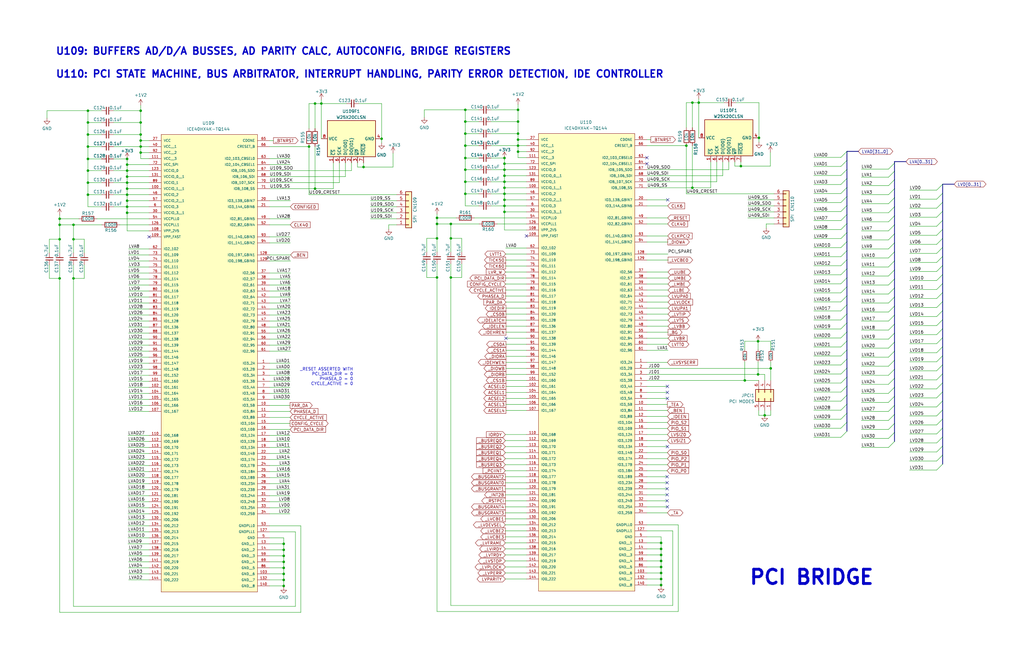
<source format=kicad_sch>
(kicad_sch (version 20230121) (generator eeschema)
  (paper "B")
  (title_block (title "AMIGA PCI") (date "2024-03-23") (rev "2.0"))
  (junction (at 119.634 237.109))
  (junction (at 53.594 72.009))
  (junction (at 37.084 77.089))
  (junction (at 153.289 70.485))
  (junction (at 196.215 61.468))
  (junction (at 278.765 241.808))
  (junction (at 53.594 87.249))
  (junction (at 278.765 244.348))
  (junction (at 314.071 160.528))
  (junction (at 212.725 71.628))
  (junction (at 196.215 66.675))
  (junction (at 130.302 61.849))
  (junction (at 119.634 232.029))
  (junction (at 278.765 236.728))
  (junction (at 119.634 234.569))
  (junction (at 30.988 117.475))
  (junction (at 59.309 59.309))
  (junction (at 196.215 81.788))
  (junction (at 218.44 56.388))
  (junction (at 184.277 100.584))
  (junction (at 119.634 229.489))
  (junction (at 59.309 61.849))
  (junction (at 212.725 86.868))
  (junction (at 59.309 56.769))
  (junction (at 37.084 82.169))
  (junction (at 212.725 79.248))
  (junction (at 294.64 43.307))
  (junction (at 278.765 246.888))
  (junction (at 30.988 100.965))
  (junction (at 37.084 61.849))
  (junction (at 119.634 244.729))
  (junction (at 53.594 69.469))
  (junction (at 196.215 71.628))
  (junction (at 218.44 51.308))
  (junction (at 37.084 56.769))
  (junction (at 53.594 84.709))
  (junction (at 25.146 94.869))
  (junction (at 212.725 74.168))
  (junction (at 30.988 94.869))
  (junction (at 218.44 64.008))
  (junction (at 160.909 58.547))
  (junction (at 320.04 58.166))
  (junction (at 37.084 67.056))
  (junction (at 190.119 117.094))
  (junction (at 53.594 89.789))
  (junction (at 212.725 66.675))
  (junction (at 212.725 69.088))
  (junction (at 59.309 51.689))
  (junction (at 278.765 234.188))
  (junction (at 132.842 79.629))
  (junction (at 319.659 144.018))
  (junction (at 289.433 61.468))
  (junction (at 218.44 46.355))
  (junction (at 59.309 46.736))
  (junction (at 25.146 92.329))
  (junction (at 184.277 117.094))
  (junction (at 278.765 231.648))
  (junction (at 53.594 79.629))
  (junction (at 25.146 100.965))
  (junction (at 212.725 84.328))
  (junction (at 291.973 79.248))
  (junction (at 196.215 56.388))
  (junction (at 119.634 242.189))
  (junction (at 135.509 43.688))
  (junction (at 53.594 77.089))
  (junction (at 53.594 74.549))
  (junction (at 324.993 155.448))
  (junction (at 278.765 229.108))
  (junction (at 59.309 64.389))
  (junction (at 319.659 157.988))
  (junction (at 190.119 94.488))
  (junction (at 291.973 43.307))
  (junction (at 119.634 239.649))
  (junction (at 312.42 70.104))
  (junction (at 184.277 94.488))
  (junction (at 218.44 61.468))
  (junction (at 190.119 100.584))
  (junction (at 212.725 89.408))
  (junction (at 184.277 91.948))
  (junction (at 212.725 81.788))
  (junction (at 37.084 72.009))
  (junction (at 132.842 43.688))
  (junction (at 53.594 67.056))
  (junction (at 322.453 175.26))
  (junction (at 119.634 247.269))
  (junction (at 53.594 82.169))
  (junction (at 196.215 46.355))
  (junction (at 196.215 76.708))
  (junction (at 196.215 51.308))
  (junction (at 37.084 46.736))
  (junction (at 25.146 117.475))
  (junction (at 278.765 239.268))
  (junction (at 212.725 76.708))
  (junction (at 37.084 51.689))
  (junction (at 218.44 58.928))
  (no_connect (at 281.305 211.328))
  (no_connect (at 281.432 168.148))
  (no_connect (at 281.432 213.868))
  (no_connect (at 281.432 163.068))
  (no_connect (at 281.305 208.788))
  (no_connect (at 62.865 99.949))
  (no_connect (at 281.305 206.248))
  (no_connect (at 272.796 69.088))
  (no_connect (at 281.432 188.468))
  (no_connect (at 272.796 66.548))
  (no_connect (at 281.559 84.328))
  (no_connect (at 281.305 201.168))
  (no_connect (at 213.36 142.748))
  (no_connect (at 221.996 99.568))
  (no_connect (at 281.305 203.708))
  (no_connect (at 281.432 165.608))
  (bus_entry (at 394.97 87.884) (size 2.54 -2.54))
  (bus_entry (at 394.97 110.744) (size 2.54 -2.54))
  (bus_entry (at 354.584 115.951) (size 2.54 -2.54))
  (bus_entry (at 354.584 123.571) (size 2.54 -2.54))
  (bus_entry (at 374.65 78.359) (size 2.54 -2.54))
  (bus_entry (at 374.65 105.029) (size 2.54 -2.54))
  (bus_entry (at 354.584 138.811) (size 2.54 -2.54))
  (bus_entry (at 394.97 179.324) (size 2.54 -2.54))
  (bus_entry (at 394.97 106.934) (size 2.54 -2.54))
  (bus_entry (at 374.65 173.609) (size 2.54 -2.54))
  (bus_entry (at 394.97 99.314) (size 2.54 -2.54))
  (bus_entry (at 374.65 146.939) (size 2.54 -2.54))
  (bus_entry (at 394.97 133.604) (size 2.54 -2.54))
  (bus_entry (at 374.65 181.229) (size 2.54 -2.54))
  (bus_entry (at 354.584 131.191) (size 2.54 -2.54))
  (bus_entry (at 394.97 190.754) (size 2.54 -2.54))
  (bus_entry (at 354.584 85.471) (size 2.54 -2.54))
  (bus_entry (at 354.584 119.761) (size 2.54 -2.54))
  (bus_entry (at 354.584 180.721) (size 2.54 -2.54))
  (bus_entry (at 374.65 116.459) (size 2.54 -2.54))
  (bus_entry (at 394.97 80.264) (size 2.54 -2.54))
  (bus_entry (at 374.65 85.979) (size 2.54 -2.54))
  (bus_entry (at 394.97 114.554) (size 2.54 -2.54))
  (bus_entry (at 354.584 89.281) (size 2.54 -2.54))
  (bus_entry (at 354.584 66.421) (size 2.54 -2.54))
  (bus_entry (at 394.97 137.414) (size 2.54 -2.54))
  (bus_entry (at 374.65 131.699) (size 2.54 -2.54))
  (bus_entry (at 394.97 171.704) (size 2.54 -2.54))
  (bus_entry (at 394.97 167.894) (size 2.54 -2.54))
  (bus_entry (at 354.584 176.911) (size 2.54 -2.54))
  (bus_entry (at 374.65 143.129) (size 2.54 -2.54))
  (bus_entry (at 374.65 135.509) (size 2.54 -2.54))
  (bus_entry (at 394.97 125.984) (size 2.54 -2.54))
  (bus_entry (at 354.584 127.381) (size 2.54 -2.54))
  (bus_entry (at 374.65 93.599) (size 2.54 -2.54))
  (bus_entry (at 374.65 162.179) (size 2.54 -2.54))
  (bus_entry (at 374.65 97.409) (size 2.54 -2.54))
  (bus_entry (at 374.65 89.789) (size 2.54 -2.54))
  (bus_entry (at 374.65 74.803) (size 2.54 -2.54))
  (bus_entry (at 394.97 118.364) (size 2.54 -2.54))
  (bus_entry (at 354.584 146.431) (size 2.54 -2.54))
  (bus_entry (at 374.65 150.749) (size 2.54 -2.54))
  (bus_entry (at 354.584 70.231) (size 2.54 -2.54))
  (bus_entry (at 374.65 139.319) (size 2.54 -2.54))
  (bus_entry (at 354.584 93.091) (size 2.54 -2.54))
  (bus_entry (at 394.97 129.794) (size 2.54 -2.54))
  (bus_entry (at 374.65 120.269) (size 2.54 -2.54))
  (bus_entry (at 394.97 84.074) (size 2.54 -2.54))
  (bus_entry (at 394.97 164.084) (size 2.54 -2.54))
  (bus_entry (at 394.97 160.274) (size 2.54 -2.54))
  (bus_entry (at 374.65 101.219) (size 2.54 -2.54))
  (bus_entry (at 394.97 186.944) (size 2.54 -2.54))
  (bus_entry (at 374.65 169.799) (size 2.54 -2.54))
  (bus_entry (at 354.584 104.521) (size 2.54 -2.54))
  (bus_entry (at 394.97 156.464) (size 2.54 -2.54))
  (bus_entry (at 354.584 173.101) (size 2.54 -2.54))
  (bus_entry (at 374.65 154.559) (size 2.54 -2.54))
  (bus_entry (at 354.584 108.331) (size 2.54 -2.54))
  (bus_entry (at 394.97 194.564) (size 2.54 -2.54))
  (bus_entry (at 354.584 169.291) (size 2.54 -2.54))
  (bus_entry (at 354.584 74.041) (size 2.54 -2.54))
  (bus_entry (at 374.65 71.374) (size 2.54 -2.54))
  (bus_entry (at 394.97 103.124) (size 2.54 -2.54))
  (bus_entry (at 374.65 112.649) (size 2.54 -2.54))
  (bus_entry (at 354.584 157.861) (size 2.54 -2.54))
  (bus_entry (at 354.584 142.621) (size 2.54 -2.54))
  (bus_entry (at 354.584 96.901) (size 2.54 -2.54))
  (bus_entry (at 374.65 188.849) (size 2.54 -2.54))
  (bus_entry (at 394.97 122.174) (size 2.54 -2.54))
  (bus_entry (at 354.584 161.671) (size 2.54 -2.54))
  (bus_entry (at 374.65 165.989) (size 2.54 -2.54))
  (bus_entry (at 374.65 108.839) (size 2.54 -2.54))
  (bus_entry (at 374.65 158.369) (size 2.54 -2.54))
  (bus_entry (at 394.97 95.504) (size 2.54 -2.54))
  (bus_entry (at 394.97 145.034) (size 2.54 -2.54))
  (bus_entry (at 394.97 141.224) (size 2.54 -2.54))
  (bus_entry (at 354.584 154.051) (size 2.54 -2.54))
  (bus_entry (at 354.584 77.851) (size 2.54 -2.54))
  (bus_entry (at 394.97 183.134) (size 2.54 -2.54))
  (bus_entry (at 394.97 91.694) (size 2.54 -2.54))
  (bus_entry (at 374.65 127.889) (size 2.54 -2.54))
  (bus_entry (at 394.97 152.654) (size 2.54 -2.54))
  (bus_entry (at 374.65 185.039) (size 2.54 -2.54))
  (bus_entry (at 374.65 177.419) (size 2.54 -2.54))
  (bus_entry (at 354.584 81.661) (size 2.54 -2.54))
  (bus_entry (at 374.65 124.079) (size 2.54 -2.54))
  (bus_entry (at 354.584 100.711) (size 2.54 -2.54))
  (bus_entry (at 394.97 148.844) (size 2.54 -2.54))
  (bus_entry (at 354.584 150.241) (size 2.54 -2.54))
  (bus_entry (at 354.584 112.141) (size 2.54 -2.54))
  (bus_entry (at 354.584 135.001) (size 2.54 -2.54))
  (bus_entry (at 374.65 82.169) (size 2.54 -2.54))
  (bus_entry (at 354.584 165.481) (size 2.54 -2.54))
  (bus_entry (at 394.97 198.374) (size 2.54 -2.54))
  (bus_entry (at 354.584 184.531) (size 2.54 -2.54))
  (bus_entry (at 394.97 175.514) (size 2.54 -2.54))
  (wire (pts (xy 59.309 64.389) (xy 59.309 66.929)))
  (wire (pts (xy 286.004 221.488) (xy 272.796 221.488)))
  (wire (pts (xy 278.765 239.268) (xy 272.796 239.268)))
  (bus (pts (xy 357.124 136.271) (xy 357.124 140.081)))
  (wire (pts (xy 113.665 216.789) (xy 122.301 216.789)))
  (bus (pts (xy 397.51 134.874) (xy 397.51 138.684)))
  (wire (pts (xy 343.154 135.001) (xy 354.584 135.001)))
  (wire (pts (xy 62.865 64.389) (xy 59.309 64.389)))
  (wire (pts (xy 53.975 196.469) (xy 62.865 196.469)))
  (wire (pts (xy 383.54 118.364) (xy 394.97 118.364)))
  (wire (pts (xy 272.796 102.108) (xy 281.559 102.108)))
  (bus (pts (xy 377.19 159.639) (xy 377.19 163.449)))
  (wire (pts (xy 343.154 74.041) (xy 354.584 74.041)))
  (wire (pts (xy 272.796 91.948) (xy 281.559 91.948)))
  (wire (pts (xy 53.594 82.169) (xy 47.879 82.169)))
  (bus (pts (xy 397.51 150.114) (xy 397.51 153.924)))
  (wire (pts (xy 221.996 132.588) (xy 213.36 132.588)))
  (bus (pts (xy 377.19 87.249) (xy 377.19 91.059)))
  (wire (pts (xy 62.865 122.809) (xy 54.229 122.809)))
  (wire (pts (xy 383.54 190.754) (xy 394.97 190.754)))
  (wire (pts (xy 62.865 92.329) (xy 40.894 92.329)))
  (bus (pts (xy 377.19 182.499) (xy 377.19 186.309)))
  (wire (pts (xy 272.796 196.088) (xy 281.432 196.088)))
  (wire (pts (xy 213.106 188.468) (xy 221.996 188.468)))
  (wire (pts (xy 291.973 43.307) (xy 291.973 53.848)))
  (wire (pts (xy 221.996 66.548) (xy 218.44 66.548)))
  (bus (pts (xy 357.124 124.841) (xy 357.124 128.651)))
  (wire (pts (xy 272.796 213.868) (xy 281.432 213.868)))
  (wire (pts (xy 113.665 138.049) (xy 122.555 138.049)))
  (wire (pts (xy 289.433 61.468) (xy 272.796 61.468)))
  (wire (pts (xy 221.996 79.248) (xy 212.725 79.248)))
  (wire (pts (xy 272.796 137.668) (xy 281.686 137.668)))
  (wire (pts (xy 122.301 155.829) (xy 113.665 155.829)))
  (wire (pts (xy 272.796 157.988) (xy 319.659 157.988)))
  (wire (pts (xy 218.44 56.388) (xy 218.44 58.928)))
  (wire (pts (xy 184.277 91.948) (xy 192.405 91.948)))
  (wire (pts (xy 307.34 71.628) (xy 307.34 68.326)))
  (wire (pts (xy 213.106 203.708) (xy 221.996 203.708)))
  (wire (pts (xy 53.594 67.056) (xy 53.594 69.469)))
  (wire (pts (xy 221.996 173.228) (xy 213.36 173.228)))
  (bus (pts (xy 397.51 104.394) (xy 397.51 108.204)))
  (wire (pts (xy 113.665 181.229) (xy 122.301 181.229)))
  (wire (pts (xy 281.432 216.408) (xy 272.796 216.408)))
  (wire (pts (xy 315.341 91.948) (xy 326.39 91.948)))
  (bus (pts (xy 397.51 81.534) (xy 397.51 85.344)))
  (wire (pts (xy 278.765 236.728) (xy 272.796 236.728)))
  (wire (pts (xy 62.865 158.369) (xy 54.229 158.369)))
  (wire (pts (xy 221.996 58.928) (xy 218.44 58.928)))
  (bus (pts (xy 357.124 86.741) (xy 357.124 90.551)))
  (wire (pts (xy 119.634 234.569) (xy 119.634 237.109)))
  (wire (pts (xy 363.22 185.039) (xy 374.65 185.039)))
  (wire (pts (xy 323.088 94.488) (xy 323.088 96.266)))
  (wire (pts (xy 363.22 181.229) (xy 374.65 181.229)))
  (bus (pts (xy 397.51 100.584) (xy 397.51 104.394)))
  (wire (pts (xy 289.433 53.848) (xy 289.433 43.307)))
  (wire (pts (xy 194.691 111.379) (xy 194.691 117.094)))
  (wire (pts (xy 62.865 79.629) (xy 53.594 79.629)))
  (bus (pts (xy 397.51 77.724) (xy 397.51 81.534)))
  (bus (pts (xy 397.51 108.204) (xy 397.51 112.014)))
  (bus (pts (xy 357.124 147.701) (xy 357.124 151.511)))
  (wire (pts (xy 62.865 117.729) (xy 54.102 117.729)))
  (wire (pts (xy 184.277 106.299) (xy 184.277 100.584)))
  (wire (pts (xy 213.36 150.368) (xy 221.996 150.368)))
  (wire (pts (xy 201.93 81.788) (xy 196.215 81.788)))
  (wire (pts (xy 122.301 211.709) (xy 113.665 211.709)))
  (wire (pts (xy 281.686 119.888) (xy 272.796 119.888)))
  (bus (pts (xy 377.19 75.819) (xy 377.19 79.629)))
  (wire (pts (xy 343.154 184.531) (xy 354.584 184.531)))
  (wire (pts (xy 294.64 43.307) (xy 305.308 43.307)))
  (wire (pts (xy 113.665 107.569) (xy 122.555 107.569)))
  (wire (pts (xy 160.909 43.688) (xy 151.257 43.688)))
  (wire (pts (xy 221.996 76.708) (xy 212.725 76.708)))
  (wire (pts (xy 221.996 89.408) (xy 212.725 89.408)))
  (wire (pts (xy 286.004 258.064) (xy 184.277 258.064)))
  (bus (pts (xy 377.19 106.299) (xy 377.19 110.109)))
  (wire (pts (xy 113.665 201.549) (xy 122.301 201.549)))
  (wire (pts (xy 53.594 74.549) (xy 53.594 77.089)))
  (wire (pts (xy 221.996 241.808) (xy 213.106 241.808)))
  (wire (pts (xy 53.594 67.056) (xy 47.879 67.056)))
  (wire (pts (xy 278.765 244.348) (xy 278.765 246.888)))
  (wire (pts (xy 42.799 51.689) (xy 37.084 51.689)))
  (wire (pts (xy 363.22 150.749) (xy 374.65 150.749)))
  (wire (pts (xy 62.865 145.669) (xy 54.229 145.669)))
  (wire (pts (xy 213.106 208.788) (xy 221.996 208.788)))
  (wire (pts (xy 37.084 56.769) (xy 37.084 51.689)))
  (wire (pts (xy 113.665 186.309) (xy 122.301 186.309)))
  (wire (pts (xy 113.665 145.669) (xy 122.555 145.669)))
  (wire (pts (xy 140.589 79.629) (xy 140.589 68.707)))
  (wire (pts (xy 62.865 115.189) (xy 54.102 115.189)))
  (wire (pts (xy 53.975 193.929) (xy 62.865 193.929)))
  (wire (pts (xy 113.665 209.169) (xy 122.301 209.169)))
  (wire (pts (xy 281.686 124.968) (xy 272.796 124.968)))
  (wire (pts (xy 30.988 111.76) (xy 30.988 117.475)))
  (wire (pts (xy 53.975 209.169) (xy 62.865 209.169)))
  (wire (pts (xy 304.8 74.168) (xy 272.796 74.168)))
  (wire (pts (xy 160.909 58.547) (xy 160.909 43.688)))
  (bus (pts (xy 357.124 174.371) (xy 357.124 178.181)))
  (wire (pts (xy 35.56 117.475) (xy 30.988 117.475)))
  (wire (pts (xy 278.765 244.348) (xy 272.796 244.348)))
  (wire (pts (xy 190.119 94.488) (xy 202.057 94.488)))
  (bus (pts (xy 397.51 123.444) (xy 397.51 127.254)))
  (wire (pts (xy 383.54 164.084) (xy 394.97 164.084)))
  (wire (pts (xy 213.36 147.828) (xy 221.996 147.828)))
  (wire (pts (xy 383.54 80.264) (xy 394.97 80.264)))
  (wire (pts (xy 343.154 150.241) (xy 354.584 150.241)))
  (wire (pts (xy 62.865 140.589) (xy 54.229 140.589)))
  (bus (pts (xy 377.19 110.109) (xy 377.19 113.919)))
  (bus (pts (xy 397.51 172.974) (xy 397.51 176.784)))
  (wire (pts (xy 315.341 84.328) (xy 326.39 84.328)))
  (wire (pts (xy 278.765 229.108) (xy 272.796 229.108)))
  (wire (pts (xy 221.996 114.808) (xy 213.233 114.808)))
  (wire (pts (xy 320.04 43.307) (xy 310.388 43.307)))
  (wire (pts (xy 272.796 160.528) (xy 314.071 160.528)))
  (wire (pts (xy 291.973 43.307) (xy 294.64 43.307)))
  (wire (pts (xy 383.54 129.794) (xy 394.97 129.794)))
  (wire (pts (xy 326.39 94.488) (xy 323.088 94.488)))
  (wire (pts (xy 212.725 89.408) (xy 212.725 97.028)))
  (wire (pts (xy 343.154 138.811) (xy 354.584 138.811)))
  (wire (pts (xy 363.22 108.839) (xy 374.65 108.839)))
  (wire (pts (xy 113.665 94.869) (xy 122.428 94.869)))
  (wire (pts (xy 272.796 155.448) (xy 324.993 155.448)))
  (wire (pts (xy 272.796 191.008) (xy 281.432 191.008)))
  (wire (pts (xy 62.865 82.169) (xy 53.594 82.169)))
  (wire (pts (xy 62.865 237.109) (xy 54.229 237.109)))
  (bus (pts (xy 377.19 129.159) (xy 377.19 132.969)))
  (wire (pts (xy 59.309 59.309) (xy 59.309 61.849)))
  (wire (pts (xy 130.302 54.229) (xy 130.302 43.688)))
  (wire (pts (xy 53.975 211.709) (xy 62.865 211.709)))
  (wire (pts (xy 324.866 70.104) (xy 312.42 70.104)))
  (wire (pts (xy 53.975 191.389) (xy 62.865 191.389)))
  (bus (pts (xy 377.19 167.259) (xy 377.19 171.069)))
  (wire (pts (xy 343.154 176.911) (xy 354.584 176.911)))
  (wire (pts (xy 122.301 165.989) (xy 113.665 165.989)))
  (wire (pts (xy 322.453 175.26) (xy 319.913 175.26)))
  (wire (pts (xy 221.996 64.008) (xy 218.44 64.008)))
  (wire (pts (xy 383.54 114.554) (xy 394.97 114.554)))
  (wire (pts (xy 278.765 241.808) (xy 278.765 244.348)))
  (wire (pts (xy 383.54 137.414) (xy 394.97 137.414)))
  (wire (pts (xy 383.54 171.704) (xy 394.97 171.704)))
  (wire (pts (xy 122.301 206.629) (xy 113.665 206.629)))
  (wire (pts (xy 196.215 81.788) (xy 196.215 86.868)))
  (wire (pts (xy 213.36 152.908) (xy 221.996 152.908)))
  (wire (pts (xy 62.865 69.469) (xy 53.594 69.469)))
  (wire (pts (xy 320.04 59.944) (xy 320.04 58.166)))
  (wire (pts (xy 299.72 79.248) (xy 299.72 68.326)))
  (wire (pts (xy 363.22 85.979) (xy 374.65 85.979)))
  (wire (pts (xy 281.686 132.588) (xy 272.796 132.588)))
  (wire (pts (xy 132.842 43.688) (xy 132.842 54.229)))
  (wire (pts (xy 213.106 206.248) (xy 221.996 206.248)))
  (wire (pts (xy 194.691 100.584) (xy 190.119 100.584)))
  (wire (pts (xy 54.229 163.449) (xy 62.865 163.449)))
  (wire (pts (xy 322.453 157.988) (xy 319.659 157.988)))
  (wire (pts (xy 62.865 132.969) (xy 54.229 132.969)))
  (wire (pts (xy 53.975 206.629) (xy 62.865 206.629)))
  (wire (pts (xy 213.36 145.288) (xy 221.996 145.288)))
  (wire (pts (xy 383.54 125.984) (xy 394.97 125.984)))
  (wire (pts (xy 140.589 79.629) (xy 132.842 79.629)))
  (wire (pts (xy 126.873 221.869) (xy 126.873 258.445)))
  (wire (pts (xy 218.44 61.468) (xy 207.01 61.468)))
  (bus (pts (xy 377.19 68.199) (xy 382.016 68.199)))
  (wire (pts (xy 324.993 144.018) (xy 319.659 144.018)))
  (wire (pts (xy 281.686 130.048) (xy 272.796 130.048)))
  (bus (pts (xy 357.124 166.751) (xy 357.124 170.561)))
  (wire (pts (xy 184.277 117.094) (xy 179.959 117.094)))
  (wire (pts (xy 54.102 107.569) (xy 62.865 107.569)))
  (wire (pts (xy 363.22 127.889) (xy 374.65 127.889)))
  (wire (pts (xy 343.154 85.471) (xy 354.584 85.471)))
  (wire (pts (xy 363.22 89.789) (xy 374.65 89.789)))
  (wire (pts (xy 221.996 71.628) (xy 212.725 71.628)))
  (wire (pts (xy 184.277 94.488) (xy 184.277 100.584)))
  (wire (pts (xy 59.309 61.849) (xy 59.309 64.389)))
  (wire (pts (xy 25.146 258.445) (xy 25.146 117.475)))
  (wire (pts (xy 218.44 64.008) (xy 218.44 66.548)))
  (wire (pts (xy 278.765 246.888) (xy 278.765 247.396)))
  (wire (pts (xy 363.22 173.609) (xy 374.65 173.609)))
  (wire (pts (xy 53.594 69.469) (xy 53.594 72.009)))
  (wire (pts (xy 363.22 124.079) (xy 374.65 124.079)))
  (wire (pts (xy 291.973 61.468) (xy 291.973 79.248)))
  (wire (pts (xy 272.796 203.708) (xy 281.305 203.708)))
  (wire (pts (xy 343.154 131.191) (xy 354.584 131.191)))
  (wire (pts (xy 59.309 51.689) (xy 59.309 56.769)))
  (wire (pts (xy 53.975 214.249) (xy 62.865 214.249)))
  (wire (pts (xy 62.865 219.329) (xy 53.975 219.329)))
  (wire (pts (xy 113.665 140.589) (xy 122.555 140.589)))
  (wire (pts (xy 281.305 198.628) (xy 272.796 198.628)))
  (bus (pts (xy 357.124 75.311) (xy 357.124 79.121)))
  (wire (pts (xy 278.765 239.268) (xy 278.765 241.808)))
  (wire (pts (xy 119.634 226.949) (xy 113.665 226.949)))
  (wire (pts (xy 383.54 160.274) (xy 394.97 160.274)))
  (wire (pts (xy 363.22 169.799) (xy 374.65 169.799)))
  (wire (pts (xy 62.865 232.029) (xy 54.229 232.029)))
  (wire (pts (xy 221.996 155.448) (xy 213.36 155.448)))
  (wire (pts (xy 156.21 87.249) (xy 167.259 87.249)))
  (bus (pts (xy 377.19 117.729) (xy 377.19 121.539)))
  (wire (pts (xy 286.004 221.488) (xy 286.004 258.064)))
  (wire (pts (xy 221.996 127.508) (xy 213.36 127.508)))
  (wire (pts (xy 221.996 81.788) (xy 212.725 81.788)))
  (wire (pts (xy 53.594 82.169) (xy 53.594 84.709)))
  (wire (pts (xy 281.432 163.068) (xy 272.796 163.068)))
  (bus (pts (xy 397.51 142.494) (xy 397.51 146.304)))
  (wire (pts (xy 113.665 204.089) (xy 122.301 204.089)))
  (wire (pts (xy 165.735 64.643) (xy 165.735 70.485)))
  (bus (pts (xy 377.19 98.679) (xy 377.19 102.489)))
  (wire (pts (xy 213.106 193.548) (xy 221.996 193.548)))
  (wire (pts (xy 212.725 66.675) (xy 212.725 69.088)))
  (wire (pts (xy 213.36 142.748) (xy 221.996 142.748)))
  (wire (pts (xy 218.44 46.355) (xy 218.44 51.308)))
  (wire (pts (xy 53.594 97.409) (xy 62.865 97.409)))
  (wire (pts (xy 343.154 169.291) (xy 354.584 169.291)))
  (wire (pts (xy 213.106 216.408) (xy 221.996 216.408)))
  (bus (pts (xy 397.51 188.214) (xy 397.51 192.024)))
  (wire (pts (xy 383.54 156.464) (xy 394.97 156.464)))
  (wire (pts (xy 272.796 193.548) (xy 281.432 193.548)))
  (bus (pts (xy 397.51 169.164) (xy 397.51 172.974)))
  (wire (pts (xy 62.865 226.949) (xy 53.975 226.949)))
  (wire (pts (xy 213.106 183.388) (xy 221.996 183.388)))
  (wire (pts (xy 343.154 157.861) (xy 354.584 157.861)))
  (bus (pts (xy 377.19 68.199) (xy 377.19 68.834)))
  (wire (pts (xy 53.594 77.089) (xy 47.879 77.089)))
  (bus (pts (xy 397.51 131.064) (xy 397.51 134.874)))
  (wire (pts (xy 62.865 171.069) (xy 54.229 171.069)))
  (wire (pts (xy 153.289 70.485) (xy 150.749 70.485)))
  (wire (pts (xy 213.106 231.648) (xy 221.996 231.648)))
  (wire (pts (xy 35.56 106.68) (xy 35.56 100.965)))
  (wire (pts (xy 278.765 236.728) (xy 278.765 239.268)))
  (wire (pts (xy 132.842 61.849) (xy 132.842 79.629)))
  (wire (pts (xy 343.154 104.521) (xy 354.584 104.521)))
  (bus (pts (xy 377.19 174.879) (xy 377.19 178.689)))
  (wire (pts (xy 221.996 91.948) (xy 200.025 91.948)))
  (wire (pts (xy 42.799 82.169) (xy 37.084 82.169)))
  (wire (pts (xy 113.665 87.249) (xy 122.428 87.249)))
  (wire (pts (xy 122.301 153.289) (xy 113.665 153.289)))
  (wire (pts (xy 324.993 175.26) (xy 324.993 173.228)))
  (wire (pts (xy 383.54 175.514) (xy 394.97 175.514)))
  (wire (pts (xy 184.277 117.094) (xy 184.277 111.379)))
  (wire (pts (xy 119.634 247.269) (xy 119.634 247.777)))
  (wire (pts (xy 54.229 242.189) (xy 62.865 242.189)))
  (wire (pts (xy 343.154 123.571) (xy 354.584 123.571)))
  (wire (pts (xy 272.796 178.308) (xy 281.432 178.308)))
  (wire (pts (xy 322.453 173.228) (xy 322.453 175.26)))
  (wire (pts (xy 272.796 140.208) (xy 281.686 140.208)))
  (wire (pts (xy 272.796 206.248) (xy 281.305 206.248)))
  (wire (pts (xy 383.54 110.744) (xy 394.97 110.744)))
  (wire (pts (xy 363.22 74.803) (xy 374.65 74.803)))
  (bus (pts (xy 357.124 132.461) (xy 357.124 136.271)))
  (wire (pts (xy 62.865 148.209) (xy 54.229 148.209)))
  (wire (pts (xy 281.686 127.508) (xy 272.796 127.508)))
  (wire (pts (xy 221.996 84.328) (xy 212.725 84.328)))
  (wire (pts (xy 289.433 81.788) (xy 289.433 61.468)))
  (wire (pts (xy 19.812 46.736) (xy 19.812 49.911)))
  (bus (pts (xy 357.124 117.221) (xy 357.124 121.031)))
  (wire (pts (xy 212.725 71.628) (xy 207.01 71.628)))
  (wire (pts (xy 53.975 188.849) (xy 62.865 188.849)))
  (wire (pts (xy 163.957 94.869) (xy 163.957 96.647)))
  (wire (pts (xy 130.302 82.169) (xy 130.302 61.849)))
  (wire (pts (xy 25.146 117.475) (xy 25.146 111.76)))
  (wire (pts (xy 343.154 108.331) (xy 354.584 108.331)))
  (bus (pts (xy 357.124 178.181) (xy 357.124 181.991)))
  (wire (pts (xy 278.765 226.568) (xy 278.765 229.108)))
  (wire (pts (xy 190.119 111.379) (xy 190.119 117.094)))
  (wire (pts (xy 113.665 102.489) (xy 122.428 102.489)))
  (wire (pts (xy 213.106 211.328) (xy 221.996 211.328)))
  (wire (pts (xy 363.22 97.409) (xy 374.65 97.409)))
  (wire (pts (xy 221.996 86.868) (xy 212.725 86.868)))
  (wire (pts (xy 190.119 106.299) (xy 190.119 100.584)))
  (wire (pts (xy 113.665 92.329) (xy 122.428 92.329)))
  (wire (pts (xy 221.996 112.268) (xy 213.233 112.268)))
  (wire (pts (xy 196.215 61.468) (xy 196.215 56.388)))
  (wire (pts (xy 218.44 51.308) (xy 207.01 51.308)))
  (bus (pts (xy 397.51 77.724) (xy 402.336 77.724)))
  (wire (pts (xy 143.129 77.089) (xy 113.665 77.089)))
  (wire (pts (xy 190.119 100.584) (xy 190.119 94.488)))
  (wire (pts (xy 113.665 173.609) (xy 122.301 173.609)))
  (wire (pts (xy 201.93 61.468) (xy 196.215 61.468)))
  (wire (pts (xy 190.119 117.094) (xy 190.119 255.524)))
  (wire (pts (xy 363.22 177.419) (xy 374.65 177.419)))
  (wire (pts (xy 119.634 244.729) (xy 119.634 247.269)))
  (bus (pts (xy 397.51 192.024) (xy 397.51 195.834)))
  (wire (pts (xy 383.54 122.174) (xy 394.97 122.174)))
  (bus (pts (xy 377.19 121.539) (xy 377.19 125.349)))
  (wire (pts (xy 201.93 86.868) (xy 196.215 86.868)))
  (wire (pts (xy 363.22 131.699) (xy 374.65 131.699)))
  (wire (pts (xy 53.975 216.789) (xy 62.865 216.789)))
  (bus (pts (xy 397.51 119.634) (xy 397.51 123.444)))
  (bus (pts (xy 397.51 127.254) (xy 397.51 131.064)))
  (bus (pts (xy 377.19 91.059) (xy 377.19 94.869)))
  (bus (pts (xy 397.51 165.354) (xy 397.51 169.164)))
  (wire (pts (xy 383.54 106.934) (xy 394.97 106.934)))
  (wire (pts (xy 53.975 199.009) (xy 62.865 199.009)))
  (wire (pts (xy 37.084 72.009) (xy 37.084 77.089)))
  (wire (pts (xy 59.309 56.769) (xy 47.879 56.769)))
  (wire (pts (xy 213.106 185.928) (xy 221.996 185.928)))
  (bus (pts (xy 397.51 89.154) (xy 397.51 92.964)))
  (wire (pts (xy 113.665 188.849) (xy 122.301 188.849)))
  (wire (pts (xy 272.796 109.728) (xy 281.686 109.728)))
  (wire (pts (xy 156.21 84.709) (xy 167.259 84.709)))
  (wire (pts (xy 272.796 84.328) (xy 281.559 84.328)))
  (bus (pts (xy 377.19 113.919) (xy 377.19 117.729)))
  (bus (pts (xy 377.19 155.829) (xy 377.19 159.639)))
  (wire (pts (xy 278.765 246.888) (xy 272.796 246.888)))
  (wire (pts (xy 59.309 44.45) (xy 59.309 46.736)))
  (wire (pts (xy 294.64 43.307) (xy 294.64 41.656)))
  (bus (pts (xy 377.19 72.263) (xy 377.19 75.819)))
  (wire (pts (xy 196.215 66.675) (xy 196.215 61.468)))
  (bus (pts (xy 357.124 159.131) (xy 357.124 162.941)))
  (wire (pts (xy 62.865 110.109) (xy 54.102 110.109)))
  (wire (pts (xy 124.587 255.905) (xy 124.587 224.409)))
  (wire (pts (xy 324.993 155.448) (xy 324.993 160.528)))
  (bus (pts (xy 377.19 178.689) (xy 377.19 182.499)))
  (wire (pts (xy 113.665 143.129) (xy 122.555 143.129)))
  (wire (pts (xy 363.22 143.129) (xy 374.65 143.129)))
  (wire (pts (xy 212.725 66.675) (xy 207.01 66.675)))
  (wire (pts (xy 272.796 185.928) (xy 281.432 185.928)))
  (wire (pts (xy 213.2076 117.348) (xy 221.996 117.348)))
  (wire (pts (xy 383.54 95.504) (xy 394.97 95.504)))
  (wire (pts (xy 145.669 74.549) (xy 113.665 74.549)))
  (wire (pts (xy 62.865 120.269) (xy 54.229 120.269)))
  (wire (pts (xy 213.233 109.728) (xy 221.996 109.728)))
  (wire (pts (xy 59.309 51.689) (xy 47.879 51.689)))
  (wire (pts (xy 122.555 115.189) (xy 113.665 115.189)))
  (wire (pts (xy 363.22 188.849) (xy 374.65 188.849)))
  (wire (pts (xy 212.725 69.088) (xy 212.725 71.628)))
  (wire (pts (xy 272.796 145.288) (xy 281.686 145.288)))
  (wire (pts (xy 119.634 229.489) (xy 119.634 232.029)))
  (wire (pts (xy 212.725 79.248) (xy 212.725 81.788)))
  (wire (pts (xy 25.146 100.965) (xy 20.828 100.965)))
  (wire (pts (xy 383.54 84.074) (xy 394.97 84.074)))
  (wire (pts (xy 343.154 154.051) (xy 354.584 154.051)))
  (wire (pts (xy 53.975 186.309) (xy 62.865 186.309)))
  (wire (pts (xy 62.865 221.869) (xy 53.975 221.869)))
  (wire (pts (xy 201.93 51.308) (xy 196.215 51.308)))
  (bus (pts (xy 377.19 171.069) (xy 377.19 174.879)))
  (wire (pts (xy 281.432 170.688) (xy 272.796 170.688)))
  (wire (pts (xy 165.735 70.485) (xy 153.289 70.485)))
  (wire (pts (xy 363.22 116.459) (xy 374.65 116.459)))
  (wire (pts (xy 213.106 234.188) (xy 221.996 234.188)))
  (wire (pts (xy 53.594 89.789) (xy 53.594 97.409)))
  (wire (pts (xy 119.634 242.189) (xy 113.665 242.189)))
  (wire (pts (xy 322.453 160.528) (xy 322.453 157.988)))
  (wire (pts (xy 221.996 165.608) (xy 213.36 165.608)))
  (wire (pts (xy 343.154 161.671) (xy 354.584 161.671)))
  (wire (pts (xy 281.432 173.228) (xy 272.796 173.228)))
  (bus (pts (xy 357.124 82.931) (xy 357.124 86.741)))
  (wire (pts (xy 113.665 158.369) (xy 122.301 158.369)))
  (wire (pts (xy 363.22 105.029) (xy 374.65 105.029)))
  (bus (pts (xy 357.124 63.881) (xy 357.124 67.691)))
  (wire (pts (xy 145.669 74.549) (xy 145.669 68.707)))
  (wire (pts (xy 53.594 79.629) (xy 53.594 82.169)))
  (wire (pts (xy 122.301 193.929) (xy 113.665 193.929)))
  (wire (pts (xy 59.309 56.769) (xy 59.309 59.309)))
  (bus (pts (xy 357.124 140.081) (xy 357.124 143.891)))
  (wire (pts (xy 315.341 86.868) (xy 326.39 86.868)))
  (wire (pts (xy 383.54 167.894) (xy 394.97 167.894)))
  (wire (pts (xy 363.22 78.359) (xy 374.65 78.359)))
  (wire (pts (xy 196.215 76.708) (xy 196.215 81.788)))
  (wire (pts (xy 196.215 51.308) (xy 196.215 46.355)))
  (wire (pts (xy 53.975 201.549) (xy 62.865 201.549)))
  (wire (pts (xy 42.799 77.089) (xy 37.084 77.089)))
  (bus (pts (xy 357.124 109.601) (xy 357.124 113.411)))
  (bus (pts (xy 397.51 157.734) (xy 397.51 161.544)))
  (wire (pts (xy 283.718 224.028) (xy 272.796 224.028)))
  (wire (pts (xy 25.146 92.329) (xy 33.274 92.329)))
  (wire (pts (xy 383.54 179.324) (xy 394.97 179.324)))
  (wire (pts (xy 272.796 99.568) (xy 281.559 99.568)))
  (bus (pts (xy 357.124 63.881) (xy 361.95 63.881)))
  (wire (pts (xy 122.555 127.889) (xy 113.665 127.889)))
  (wire (pts (xy 221.996 107.188) (xy 213.233 107.188)))
  (wire (pts (xy 30.988 117.475) (xy 30.988 255.905)))
  (wire (pts (xy 37.084 51.689) (xy 37.084 46.736)))
  (wire (pts (xy 54.229 153.289) (xy 62.865 153.289)))
  (wire (pts (xy 272.796 180.848) (xy 281.432 180.848)))
  (wire (pts (xy 178.943 46.355) (xy 178.943 49.53)))
  (wire (pts (xy 37.084 67.056) (xy 37.084 72.009)))
  (wire (pts (xy 119.634 239.649) (xy 113.665 239.649)))
  (wire (pts (xy 272.796 107.188) (xy 281.686 107.188)))
  (wire (pts (xy 190.119 255.524) (xy 283.718 255.524)))
  (wire (pts (xy 309.88 68.326) (xy 309.88 70.104)))
  (wire (pts (xy 363.22 139.319) (xy 374.65 139.319)))
  (wire (pts (xy 62.865 74.549) (xy 53.594 74.549)))
  (wire (pts (xy 383.54 91.694) (xy 394.97 91.694)))
  (bus (pts (xy 377.19 79.629) (xy 377.19 83.439)))
  (wire (pts (xy 53.594 77.089) (xy 53.594 79.629)))
  (wire (pts (xy 37.084 61.849) (xy 37.084 56.769)))
  (wire (pts (xy 122.555 130.429) (xy 113.665 130.429)))
  (wire (pts (xy 167.259 82.169) (xy 130.302 82.169)))
  (wire (pts (xy 312.42 70.104) (xy 309.88 70.104)))
  (wire (pts (xy 122.301 168.529) (xy 113.665 168.529)))
  (bus (pts (xy 377.19 140.589) (xy 377.19 144.399)))
  (wire (pts (xy 62.865 127.889) (xy 54.229 127.889)))
  (wire (pts (xy 119.634 226.949) (xy 119.634 229.489)))
  (bus (pts (xy 397.51 85.344) (xy 397.51 89.154)))
  (wire (pts (xy 122.555 120.269) (xy 113.665 120.269)))
  (wire (pts (xy 218.44 44.069) (xy 218.44 46.355)))
  (wire (pts (xy 53.594 84.709) (xy 53.594 87.249)))
  (wire (pts (xy 35.56 100.965) (xy 30.988 100.965)))
  (wire (pts (xy 278.765 229.108) (xy 278.765 231.648)))
  (wire (pts (xy 383.54 194.564) (xy 394.97 194.564)))
  (wire (pts (xy 212.725 76.708) (xy 207.01 76.708)))
  (wire (pts (xy 30.988 100.965) (xy 30.988 94.869)))
  (wire (pts (xy 25.146 117.475) (xy 20.828 117.475)))
  (wire (pts (xy 291.973 79.248) (xy 272.796 79.248)))
  (wire (pts (xy 119.634 247.269) (xy 113.665 247.269)))
  (wire (pts (xy 363.22 112.649) (xy 374.65 112.649)))
  (wire (pts (xy 221.996 137.668) (xy 213.36 137.668)))
  (wire (pts (xy 319.659 144.018) (xy 319.659 147.574)))
  (wire (pts (xy 319.659 152.654) (xy 319.659 157.988)))
  (wire (pts (xy 150.749 68.707) (xy 150.749 70.485)))
  (wire (pts (xy 62.865 77.089) (xy 53.594 77.089)))
  (wire (pts (xy 213.36 160.528) (xy 221.996 160.528)))
  (wire (pts (xy 113.665 69.469) (xy 122.428 69.469)))
  (wire (pts (xy 212.725 81.788) (xy 212.725 84.328)))
  (wire (pts (xy 324.993 152.654) (xy 324.993 155.448)))
  (bus (pts (xy 397.51 184.404) (xy 397.51 188.214)))
  (wire (pts (xy 113.665 99.949) (xy 122.428 99.949)))
  (bus (pts (xy 357.124 151.511) (xy 357.124 155.321)))
  (wire (pts (xy 363.22 120.269) (xy 374.65 120.269)))
  (wire (pts (xy 221.996 104.648) (xy 213.233 104.648)))
  (wire (pts (xy 135.509 43.688) (xy 146.177 43.688)))
  (wire (pts (xy 213.106 191.008) (xy 221.996 191.008)))
  (wire (pts (xy 281.432 152.908) (xy 272.796 152.908)))
  (wire (pts (xy 324.866 64.262) (xy 324.866 70.104)))
  (wire (pts (xy 272.796 86.868) (xy 281.559 86.868)))
  (wire (pts (xy 37.084 46.736) (xy 42.799 46.736)))
  (wire (pts (xy 304.8 74.168) (xy 304.8 68.326)))
  (bus (pts (xy 357.124 105.791) (xy 357.124 109.601)))
  (bus (pts (xy 357.124 170.561) (xy 357.124 174.371)))
  (bus (pts (xy 357.124 71.501) (xy 357.124 75.311)))
  (wire (pts (xy 213.106 213.868) (xy 221.996 213.868)))
  (wire (pts (xy 278.765 226.568) (xy 272.796 226.568)))
  (bus (pts (xy 357.124 128.651) (xy 357.124 132.461)))
  (bus (pts (xy 397.51 115.824) (xy 397.51 119.634)))
  (wire (pts (xy 53.594 87.249) (xy 47.879 87.249)))
  (wire (pts (xy 218.44 56.388) (xy 207.01 56.388)))
  (wire (pts (xy 343.154 142.621) (xy 354.584 142.621)))
  (wire (pts (xy 62.865 150.749) (xy 54.229 150.749)))
  (wire (pts (xy 122.555 117.729) (xy 113.665 117.729)))
  (wire (pts (xy 272.796 183.388) (xy 281.432 183.388)))
  (wire (pts (xy 272.796 175.768) (xy 281.432 175.768)))
  (wire (pts (xy 113.665 191.389) (xy 122.301 191.389)))
  (wire (pts (xy 53.975 183.769) (xy 62.865 183.769)))
  (wire (pts (xy 130.302 43.688) (xy 132.842 43.688)))
  (wire (pts (xy 25.146 92.329) (xy 25.146 94.869)))
  (wire (pts (xy 130.302 61.849) (xy 113.665 61.849)))
  (wire (pts (xy 156.21 92.329) (xy 167.259 92.329)))
  (wire (pts (xy 363.22 135.509) (xy 374.65 135.509)))
  (wire (pts (xy 119.634 244.729) (xy 113.665 244.729)))
  (bus (pts (xy 357.124 155.321) (xy 357.124 159.131)))
  (wire (pts (xy 319.913 160.528) (xy 314.071 160.528)))
  (bus (pts (xy 397.51 153.924) (xy 397.51 157.734)))
  (bus (pts (xy 377.19 148.209) (xy 377.19 152.019)))
  (bus (pts (xy 357.124 143.891) (xy 357.124 147.701)))
  (wire (pts (xy 113.665 132.969) (xy 122.555 132.969)))
  (wire (pts (xy 196.215 46.355) (xy 201.93 46.355)))
  (wire (pts (xy 53.975 204.089) (xy 62.865 204.089)))
  (wire (pts (xy 42.799 61.849) (xy 37.084 61.849)))
  (wire (pts (xy 194.691 117.094) (xy 190.119 117.094)))
  (wire (pts (xy 196.215 66.675) (xy 196.215 71.628)))
  (wire (pts (xy 218.44 58.928) (xy 218.44 61.468)))
  (wire (pts (xy 156.21 89.789) (xy 167.259 89.789)))
  (wire (pts (xy 343.154 100.711) (xy 354.584 100.711)))
  (wire (pts (xy 221.996 239.268) (xy 213.106 239.268)))
  (wire (pts (xy 363.22 93.599) (xy 374.65 93.599)))
  (bus (pts (xy 397.51 146.304) (xy 397.51 150.114)))
  (wire (pts (xy 272.796 142.748) (xy 281.686 142.748)))
  (wire (pts (xy 62.865 87.249) (xy 53.594 87.249)))
  (bus (pts (xy 357.124 90.551) (xy 357.124 94.361)))
  (wire (pts (xy 221.996 168.148) (xy 213.36 168.148)))
  (wire (pts (xy 113.665 199.009) (xy 122.428 199.009)))
  (wire (pts (xy 383.54 145.034) (xy 394.97 145.034)))
  (wire (pts (xy 221.996 94.488) (xy 209.677 94.488)))
  (wire (pts (xy 343.154 180.721) (xy 354.584 180.721)))
  (wire (pts (xy 62.865 84.709) (xy 53.594 84.709)))
  (wire (pts (xy 294.64 58.166) (xy 294.64 43.307)))
  (wire (pts (xy 312.42 68.326) (xy 312.42 70.104)))
  (wire (pts (xy 54.229 244.729) (xy 62.865 244.729)))
  (wire (pts (xy 213.106 198.628) (xy 221.996 198.628)))
  (wire (pts (xy 62.865 66.929) (xy 59.309 66.929)))
  (wire (pts (xy 221.996 157.988) (xy 213.36 157.988)))
  (wire (pts (xy 113.665 84.709) (xy 122.428 84.709)))
  (bus (pts (xy 377.19 136.779) (xy 377.19 140.589)))
  (wire (pts (xy 201.93 76.708) (xy 196.215 76.708)))
  (wire (pts (xy 62.865 138.049) (xy 54.229 138.049)))
  (wire (pts (xy 212.725 97.028) (xy 221.996 97.028)))
  (wire (pts (xy 184.277 91.948) (xy 184.277 94.488)))
  (wire (pts (xy 62.865 165.989) (xy 54.229 165.989)))
  (wire (pts (xy 302.26 76.708) (xy 272.796 76.708)))
  (wire (pts (xy 119.634 229.489) (xy 113.665 229.489)))
  (wire (pts (xy 281.686 117.348) (xy 272.796 117.348)))
  (wire (pts (xy 221.996 69.088) (xy 212.725 69.088)))
  (wire (pts (xy 343.154 165.481) (xy 354.584 165.481)))
  (wire (pts (xy 314.071 152.654) (xy 314.071 160.528)))
  (wire (pts (xy 343.154 119.761) (xy 354.584 119.761)))
  (wire (pts (xy 201.93 71.628) (xy 196.215 71.628)))
  (wire (pts (xy 383.54 183.134) (xy 394.97 183.134)))
  (wire (pts (xy 119.634 237.109) (xy 119.634 239.649)))
  (wire (pts (xy 30.988 255.905) (xy 124.587 255.905)))
  (wire (pts (xy 322.453 175.26) (xy 324.993 175.26)))
  (wire (pts (xy 184.277 258.064) (xy 184.277 117.094)))
  (wire (pts (xy 30.988 106.68) (xy 30.988 100.965)))
  (wire (pts (xy 113.665 59.309) (xy 115.316 59.309)))
  (wire (pts (xy 221.996 221.488) (xy 213.106 221.488)))
  (wire (pts (xy 213.106 218.948) (xy 221.996 218.948)))
  (wire (pts (xy 221.996 229.108) (xy 213.106 229.108)))
  (wire (pts (xy 383.54 186.944) (xy 394.97 186.944)))
  (wire (pts (xy 122.301 163.449) (xy 113.665 163.449)))
  (wire (pts (xy 213.2076 124.968) (xy 221.996 124.968)))
  (wire (pts (xy 283.718 255.524) (xy 283.718 224.028)))
  (wire (pts (xy 62.865 239.649) (xy 54.229 239.649)))
  (wire (pts (xy 122.555 122.809) (xy 113.665 122.809)))
  (wire (pts (xy 62.865 234.569) (xy 54.229 234.569)))
  (wire (pts (xy 326.39 81.788) (xy 289.433 81.788)))
  (wire (pts (xy 62.865 89.789) (xy 53.594 89.789)))
  (wire (pts (xy 212.725 71.628) (xy 212.725 74.168)))
  (wire (pts (xy 30.988 94.869) (xy 42.926 94.869)))
  (wire (pts (xy 383.54 133.604) (xy 394.97 133.604)))
  (wire (pts (xy 62.865 143.129) (xy 54.229 143.129)))
  (wire (pts (xy 37.084 77.089) (xy 37.084 82.169)))
  (wire (pts (xy 119.634 237.109) (xy 113.665 237.109)))
  (bus (pts (xy 377.19 152.019) (xy 377.19 155.829)))
  (wire (pts (xy 221.996 74.168) (xy 212.725 74.168)))
  (wire (pts (xy 272.796 58.928) (xy 274.447 58.928)))
  (bus (pts (xy 357.124 79.121) (xy 357.124 82.931)))
  (wire (pts (xy 218.44 61.468) (xy 218.44 64.008)))
  (wire (pts (xy 363.22 101.219) (xy 374.65 101.219)))
  (wire (pts (xy 42.799 72.009) (xy 37.084 72.009)))
  (wire (pts (xy 213.106 201.168) (xy 221.996 201.168)))
  (wire (pts (xy 25.146 94.869) (xy 25.146 100.965)))
  (wire (pts (xy 272.796 165.608) (xy 281.432 165.608)))
  (wire (pts (xy 62.865 224.409) (xy 53.975 224.409)))
  (wire (pts (xy 25.146 106.68) (xy 25.146 100.965)))
  (wire (pts (xy 53.594 72.009) (xy 47.879 72.009)))
  (wire (pts (xy 383.54 152.654) (xy 394.97 152.654)))
  (wire (pts (xy 343.154 115.951) (xy 354.584 115.951)))
  (wire (pts (xy 119.634 232.029) (xy 119.634 234.569)))
  (wire (pts (xy 212.725 74.168) (xy 212.725 76.708)))
  (wire (pts (xy 281.686 122.428) (xy 272.796 122.428)))
  (wire (pts (xy 62.865 173.609) (xy 54.229 173.609)))
  (wire (pts (xy 218.44 46.355) (xy 207.01 46.355)))
  (wire (pts (xy 201.93 56.388) (xy 196.215 56.388)))
  (wire (pts (xy 19.812 46.736) (xy 37.084 46.736)))
  (wire (pts (xy 62.865 229.489) (xy 53.975 229.489)))
  (wire (pts (xy 62.865 160.909) (xy 54.229 160.909)))
  (bus (pts (xy 357.124 162.941) (xy 357.124 166.751)))
  (wire (pts (xy 221.996 236.728) (xy 213.106 236.728)))
  (wire (pts (xy 113.665 178.689) (xy 122.301 178.689)))
  (wire (pts (xy 119.634 242.189) (xy 119.634 244.729)))
  (wire (pts (xy 20.828 117.475) (xy 20.828 111.76)))
  (wire (pts (xy 221.996 163.068) (xy 213.36 163.068)))
  (wire (pts (xy 343.154 96.901) (xy 354.584 96.901)))
  (wire (pts (xy 363.22 71.374) (xy 374.65 71.374)))
  (wire (pts (xy 272.796 135.128) (xy 281.686 135.128)))
  (wire (pts (xy 126.873 221.869) (xy 113.665 221.869)))
  (wire (pts (xy 62.865 72.009) (xy 53.594 72.009)))
  (bus (pts (xy 397.51 176.784) (xy 397.51 180.594)))
  (wire (pts (xy 179.959 117.094) (xy 179.959 111.379)))
  (wire (pts (xy 363.22 154.559) (xy 374.65 154.559)))
  (wire (pts (xy 62.865 135.509) (xy 54.229 135.509)))
  (wire (pts (xy 299.72 79.248) (xy 291.973 79.248)))
  (wire (pts (xy 213.2076 122.428) (xy 221.996 122.428)))
  (wire (pts (xy 213.2076 119.888) (xy 221.996 119.888)))
  (bus (pts (xy 377.19 132.969) (xy 377.19 136.779)))
  (wire (pts (xy 124.587 224.409) (xy 113.665 224.409)))
  (wire (pts (xy 62.865 125.349) (xy 54.229 125.349)))
  (wire (pts (xy 272.796 94.488) (xy 281.559 94.488)))
  (wire (pts (xy 122.301 171.069) (xy 113.665 171.069)))
  (wire (pts (xy 278.765 234.188) (xy 272.796 234.188)))
  (wire (pts (xy 160.909 60.325) (xy 160.909 58.547)))
  (wire (pts (xy 113.665 66.929) (xy 122.428 66.929)))
  (wire (pts (xy 62.865 130.429) (xy 54.229 130.429)))
  (wire (pts (xy 122.555 125.349) (xy 113.665 125.349)))
  (wire (pts (xy 53.594 87.249) (xy 53.594 89.789)))
  (wire (pts (xy 54.229 155.829) (xy 62.865 155.829)))
  (wire (pts (xy 132.842 79.629) (xy 113.665 79.629)))
  (wire (pts (xy 113.665 196.469) (xy 122.301 196.469)))
  (wire (pts (xy 178.943 46.355) (xy 196.215 46.355)))
  (wire (pts (xy 62.865 112.649) (xy 54.229 112.649)))
  (wire (pts (xy 314.071 144.018) (xy 314.071 147.574)))
  (wire (pts (xy 343.154 77.851) (xy 354.584 77.851)))
  (wire (pts (xy 278.765 231.648) (xy 278.765 234.188)))
  (wire (pts (xy 302.26 76.708) (xy 302.26 68.326)))
  (wire (pts (xy 53.594 72.009) (xy 53.594 74.549)))
  (wire (pts (xy 221.996 224.028) (xy 213.106 224.028)))
  (bus (pts (xy 357.124 113.411) (xy 357.124 117.221)))
  (wire (pts (xy 383.54 87.884) (xy 394.97 87.884)))
  (wire (pts (xy 343.154 93.091) (xy 354.584 93.091)))
  (bus (pts (xy 397.51 92.964) (xy 397.51 96.774)))
  (bus (pts (xy 397.51 138.684) (xy 397.51 142.494)))
  (wire (pts (xy 213.106 196.088) (xy 221.996 196.088)))
  (wire (pts (xy 383.54 99.314) (xy 394.97 99.314)))
  (wire (pts (xy 315.341 89.408) (xy 326.39 89.408)))
  (wire (pts (xy 363.22 82.169) (xy 374.65 82.169)))
  (bus (pts (xy 397.51 161.544) (xy 397.51 165.354)))
  (wire (pts (xy 221.996 170.688) (xy 213.36 170.688)))
  (wire (pts (xy 148.209 72.009) (xy 148.209 68.707)))
  (wire (pts (xy 221.996 226.568) (xy 213.106 226.568)))
  (wire (pts (xy 212.725 84.328) (xy 212.725 86.868)))
  (wire (pts (xy 319.913 173.228) (xy 319.913 175.26)))
  (wire (pts (xy 42.799 56.769) (xy 37.084 56.769)))
  (wire (pts (xy 221.996 140.208) (xy 213.36 140.208)))
  (wire (pts (xy 383.54 148.844) (xy 394.97 148.844)))
  (wire (pts (xy 281.686 114.808) (xy 272.796 114.808)))
  (bus (pts (xy 377.19 68.834) (xy 377.19 72.263)))
  (wire (pts (xy 363.22 165.989) (xy 374.65 165.989)))
  (wire (pts (xy 59.309 46.736) (xy 47.879 46.736)))
  (wire (pts (xy 25.146 90.678) (xy 25.146 92.329)))
  (wire (pts (xy 383.54 198.374) (xy 394.97 198.374)))
  (wire (pts (xy 20.828 100.965) (xy 20.828 106.68)))
  (wire (pts (xy 221.996 135.128) (xy 213.36 135.128)))
  (wire (pts (xy 113.665 176.149) (xy 122.301 176.149)))
  (wire (pts (xy 59.309 46.736) (xy 59.309 51.689)))
  (bus (pts (xy 377.19 125.349) (xy 377.19 129.159)))
  (wire (pts (xy 30.988 94.869) (xy 25.146 94.869)))
  (bus (pts (xy 377.19 83.439) (xy 377.19 87.249)))
  (wire (pts (xy 278.765 231.648) (xy 272.796 231.648)))
  (wire (pts (xy 212.725 76.708) (xy 212.725 79.248)))
  (bus (pts (xy 377.19 94.869) (xy 377.19 98.679)))
  (bus (pts (xy 397.51 180.594) (xy 397.51 184.404)))
  (wire (pts (xy 281.305 211.328) (xy 272.796 211.328)))
  (wire (pts (xy 272.796 208.788) (xy 281.305 208.788)))
  (wire (pts (xy 122.301 214.249) (xy 113.665 214.249)))
  (wire (pts (xy 113.665 148.209) (xy 122.682 148.209)))
  (wire (pts (xy 62.865 168.529) (xy 54.229 168.529)))
  (wire (pts (xy 343.154 81.661) (xy 354.584 81.661)))
  (wire (pts (xy 167.259 94.869) (xy 163.957 94.869)))
  (wire (pts (xy 278.765 234.188) (xy 278.765 236.728)))
  (wire (pts (xy 113.665 135.509) (xy 122.555 135.509)))
  (wire (pts (xy 119.634 239.649) (xy 119.634 242.189)))
  (wire (pts (xy 148.209 72.009) (xy 113.665 72.009)))
  (wire (pts (xy 212.725 81.788) (xy 207.01 81.788)))
  (wire (pts (xy 319.659 144.018) (xy 314.071 144.018)))
  (wire (pts (xy 272.796 188.468) (xy 281.432 188.468)))
  (wire (pts (xy 343.154 173.101) (xy 354.584 173.101)))
  (wire (pts (xy 113.665 183.769) (xy 122.301 183.769)))
  (wire (pts (xy 307.34 71.628) (xy 272.796 71.628)))
  (wire (pts (xy 289.433 43.307) (xy 291.973 43.307)))
  (wire (pts (xy 122.301 160.909) (xy 113.665 160.909)))
  (wire (pts (xy 196.215 71.628) (xy 196.215 76.708)))
  (wire (pts (xy 383.54 103.124) (xy 394.97 103.124)))
  (bus (pts (xy 357.124 101.981) (xy 357.124 105.791)))
  (bus (pts (xy 377.19 102.489) (xy 377.19 106.299)))
  (bus (pts (xy 357.124 98.171) (xy 357.124 101.981)))
  (wire (pts (xy 42.799 67.056) (xy 37.084 67.056)))
  (wire (pts (xy 126.873 258.445) (xy 25.146 258.445)))
  (wire (pts (xy 281.432 168.148) (xy 272.796 168.148)))
  (wire (pts (xy 35.56 111.76) (xy 35.56 117.475)))
  (wire (pts (xy 62.865 61.849) (xy 59.309 61.849)))
  (bus (pts (xy 357.124 121.031) (xy 357.124 124.841)))
  (wire (pts (xy 190.119 94.488) (xy 184.277 94.488)))
  (wire (pts (xy 363.22 146.939) (xy 374.65 146.939)))
  (wire (pts (xy 59.309 61.849) (xy 47.879 61.849)))
  (wire (pts (xy 278.765 241.808) (xy 272.796 241.808)))
  (wire (pts (xy 194.691 106.299) (xy 194.691 100.584)))
  (bus (pts (xy 357.124 94.361) (xy 357.124 98.171)))
  (wire (pts (xy 363.22 158.369) (xy 374.65 158.369)))
  (bus (pts (xy 397.51 112.014) (xy 397.51 115.824)))
  (wire (pts (xy 135.509 43.688) (xy 135.509 42.037)))
  (wire (pts (xy 119.634 234.569) (xy 113.665 234.569)))
  (wire (pts (xy 196.215 56.388) (xy 196.215 51.308)))
  (wire (pts (xy 221.996 244.348) (xy 213.106 244.348)))
  (wire (pts (xy 343.154 112.141) (xy 354.584 112.141)))
  (bus (pts (xy 357.124 67.691) (xy 357.124 71.501)))
  (wire (pts (xy 179.959 100.584) (xy 179.959 106.299)))
  (wire (pts (xy 37.084 82.169) (xy 37.084 87.249)))
  (wire (pts (xy 143.129 77.089) (xy 143.129 68.707)))
  (wire (pts (xy 184.277 100.584) (xy 179.959 100.584)))
  (wire (pts (xy 113.665 110.109) (xy 122.555 110.109)))
  (wire (pts (xy 272.796 147.828) (xy 281.686 147.828)))
  (wire (pts (xy 42.799 87.249) (xy 37.084 87.249)))
  (wire (pts (xy 135.509 58.547) (xy 135.509 43.688)))
  (wire (pts (xy 218.44 51.308) (xy 218.44 56.388)))
  (wire (pts (xy 212.725 86.868) (xy 212.725 89.408)))
  (wire (pts (xy 221.996 130.048) (xy 213.36 130.048)))
  (wire (pts (xy 363.22 162.179) (xy 374.65 162.179)))
  (bus (pts (xy 377.19 163.449) (xy 377.19 167.259)))
  (wire (pts (xy 62.865 59.309) (xy 59.309 59.309)))
  (wire (pts (xy 343.154 66.421) (xy 354.584 66.421)))
  (wire (pts (xy 62.865 94.869) (xy 50.546 94.869)))
  (wire (pts (xy 324.993 147.574) (xy 324.993 144.018)))
  (bus (pts (xy 397.51 96.774) (xy 397.51 100.584)))
  (wire (pts (xy 212.725 86.868) (xy 207.01 86.868)))
  (wire (pts (xy 184.277 90.297) (xy 184.277 91.948)))
  (wire (pts (xy 320.04 58.166) (xy 320.04 43.307)))
  (wire (pts (xy 272.796 201.168) (xy 281.305 201.168)))
  (wire (pts (xy 221.996 61.468) (xy 218.44 61.468)))
  (wire (pts (xy 343.154 127.381) (xy 354.584 127.381)))
  (wire (pts (xy 37.084 67.056) (xy 37.084 61.849)))
  (wire (pts (xy 153.289 68.707) (xy 153.289 70.485)))
  (wire (pts (xy 132.842 43.688) (xy 135.509 43.688)))
  (wire (pts (xy 343.154 146.431) (xy 354.584 146.431)))
  (wire (pts (xy 343.154 70.231) (xy 354.584 70.231)))
  (wire (pts (xy 201.93 66.675) (xy 196.215 66.675)))
  (wire (pts (xy 383.54 141.224) (xy 394.97 141.224)))
  (wire (pts (xy 343.154 89.281) (xy 354.584 89.281)))
  (bus (pts (xy 377.19 144.399) (xy 377.19 148.209)))
  (wire (pts (xy 62.865 105.029) (xy 54.229 105.029)))
  (wire (pts (xy 119.634 232.029) (xy 113.665 232.029)))
  (text "_RESET ASSERTED WITH\nPCI_DATA_DIR = 0\nPHASEA_D = 0\nCYCLE_ACTIVE = 0" (at 148.971 162.814 0) (effects (font (size 1.27 1.27)) (justify right bottom)))
  (text "PCI BRIDGE" (at 315.595 247.269 0) (effects (font (size 6 6) bold) (justify left bottom)))
  (text "U109: BUFFERS AD/D/A BUSSES, AD PARITY CALC, AUTOCONFIG, BRIDGE REGISTERS\n\nU110: PCI STATE MACHINE, BUS ARBITRATOR, INTERRUPT HANDLING, PARITY ERROR DETECTION, IDE CONTROLLER" (at 23.368 33.147 0) (effects (font (size 3 3) (thickness 0.6) bold) (justify left bottom)))
  (label "LVAD6" (at 54.229 237.109 0))
  (label "LVAD3" (at 54.229 242.189 0))
  (label "U409_SDO" (at 315.341 86.868 0))
  (label "U109_SDO" (at 113.665 72.009 0))
  (label "LVD29" (at 383.54 190.754 0))
  (label "LVD23" (at 383.54 167.894 0))
  (label "J100" (at 273.431 155.448 0))
  (label "LVAD18" (at 343.154 135.001 0))
  (label "LVD29" (at 54.229 145.669 0))
  (label "LVD31" (at 383.54 198.374 0))
  (label "LVA10" (at 363.22 108.839 0))
  (label "LVAD7" (at 343.154 93.091 0))
  (label "LVA5" (at 122.555 117.729 180))
  (label "LVD22" (at 54.229 148.209 0))
  (label "LVD30" (at 383.54 194.564 0))
  (label "LVD17" (at 54.229 158.369 0))
  (label "LVD18" (at 54.229 163.449 0))
  (label "LVA14" (at 363.22 124.079 0))
  (label "LVA28" (at 122.428 92.329 180))
  (label "LVA18" (at 122.555 122.809 180))
  (label "PCI_SPARE" (at 122.555 110.109 180))
  (label "LVD4" (at 54.102 110.109 0))
  (label "LVA9" (at 363.22 105.029 0))
  (label "LVAD1" (at 343.154 70.231 0))
  (label "LVAD15" (at 53.975 214.249 0))
  (label "LVA2" (at 363.22 78.359 0))
  (label "LVD3" (at 383.54 91.694 0))
  (label "LVAD13" (at 343.154 115.951 0))
  (label "LVD25" (at 383.54 175.514 0))
  (label "LVD13" (at 54.229 168.529 0))
  (label "LVD12" (at 383.54 125.984 0))
  (label "LVA17" (at 363.22 135.509 0))
  (label "U409_SDI" (at 272.796 74.168 0))
  (label "LVD19" (at 383.54 152.654 0))
  (label "LVA31" (at 363.22 188.849 0))
  (label "LVD14" (at 383.54 133.604 0))
  (label "LVD14" (at 54.229 165.989 0))
  (label "LVA16" (at 363.22 131.699 0))
  (label "LVA21" (at 363.22 150.749 0))
  (label "LVA0" (at 363.22 71.374 0))
  (label "LVAD15" (at 343.154 123.571 0))
  (label "LVAD12" (at 343.154 112.141 0))
  (label "LVA10" (at 122.301 186.309 180))
  (label "LVAD29" (at 122.301 163.449 180))
  (label "LVAD28" (at 343.154 173.101 0))
  (label "LVD0" (at 383.54 80.264 0))
  (label "LVA3" (at 122.301 196.469 180))
  (label "LVA19" (at 363.22 143.129 0))
  (label "LVAD6" (at 343.154 89.281 0))
  (label "LVA16" (at 122.428 199.009 180))
  (label "LVD22" (at 383.54 164.084 0))
  (label "PCI_SPARE" (at 281.686 107.188 0))
  (label "LVD23" (at 54.229 155.829 0))
  (label "LVD15" (at 383.54 137.414 0))
  (label "LVAD18" (at 53.975 206.629 0))
  (label "J102" (at 273.431 160.528 0))
  (label "LVAD20" (at 343.154 142.621 0))
  (label "LVA0" (at 213.233 104.648 0))
  (label "LVD31" (at 54.229 138.049 0))
  (label "LVA27" (at 363.22 173.609 0))
  (label "LVD2" (at 122.301 216.789 180))
  (label "LVD7" (at 54.229 120.269 0))
  (label "U109_SDI" (at 113.665 74.549 0))
  (label "LVAD24" (at 53.975 191.389 0))
  (label "LVA19" (at 122.301 209.169 180))
  (label "LVA1" (at 363.22 74.803 0))
  (label "U409_SCK" (at 272.796 76.708 0))
  (label "U409_SDO" (at 272.796 71.628 0))
  (label "LVA23" (at 122.555 132.969 180))
  (label "LVA29" (at 363.22 181.229 0))
  (label "LVD7" (at 383.54 106.934 0))
  (label "LVD20" (at 122.428 102.489 180))
  (label "LVD12" (at 54.229 173.609 0))
  (label "LVD13" (at 383.54 129.794 0))
  (label "LVD9" (at 54.229 122.809 0))
  (label "LVD9" (at 383.54 114.554 0))
  (label "LVA7" (at 122.555 127.889 180))
  (label "LVAD5" (at 54.229 234.569 0))
  (label "LVD26" (at 54.229 132.969 0))
  (label "LVAD12" (at 53.975 221.869 0))
  (label "LVD11" (at 54.229 127.889 0))
  (label "LVD5" (at 383.54 99.314 0))
  (label "J101" (at 273.431 157.988 0))
  (label "LVAD26" (at 343.154 165.481 0))
  (label "LVAD0" (at 122.301 155.829 180))
  (label "LVA14" (at 122.301 193.929 180))
  (label "LVD10" (at 383.54 118.364 0))
  (label "LVD28" (at 54.229 130.429 0))
  (label "LVA26" (at 122.555 140.589 180))
  (label "LVA15" (at 363.22 127.889 0))
  (label "U109_SS" (at 156.21 84.709 0))
  (label "LVD2" (at 383.54 87.884 0))
  (label "LVAD27" (at 53.975 183.769 0))
  (label "LVD1" (at 54.102 107.569 0))
  (label "LVA13" (at 122.428 84.709 180))
  (label "LVAD28" (at 122.301 160.909 180))
  (label "LVD26" (at 383.54 179.324 0))
  (label "U109_SCK" (at 113.665 77.089 0))
  (label "U409_SCK" (at 315.341 89.408 0))
  (label "LVAD4" (at 343.154 81.661 0))
  (label "LVAD17" (at 343.154 131.191 0))
  (label "LVAD9" (at 53.975 229.489 0))
  (label "LVAD3" (at 343.154 77.851 0))
  (label "LVD0" (at 122.301 214.249 180))
  (label "LVA24" (at 122.428 69.469 180))
  (label "U109_SS" (at 113.792 79.629 0))
  (label "LVD21" (at 383.54 160.274 0))
  (label "LVD16" (at 383.54 141.224 0))
  (label "U109_SDO" (at 156.21 87.249 0))
  (label "LVAD13" (at 53.975 219.329 0))
  (label "LVA13" (at 363.22 120.269 0))
  (label "LVD8" (at 122.301 211.709 180))
  (label "LVAD10" (at 343.154 104.521 0))
  (label "LVA4" (at 363.22 85.979 0))
  (label "LVA20" (at 363.22 146.939 0))
  (label "LVAD20" (at 53.975 201.549 0))
  (label "LVAD9" (at 343.154 100.711 0))
  (label "LVD17" (at 383.54 145.034 0))
  (label "LVAD11" (at 53.975 224.409 0))
  (label "LVA4" (at 122.301 204.089 180))
  (label "LVAD1" (at 122.301 153.289 180))
  (label "LVA17" (at 122.555 115.189 180))
  (label "LVA11" (at 363.22 112.649 0))
  (label "LVA20" (at 122.555 130.429 180))
  (label "LVAD19" (at 53.975 204.089 0))
  (label "LVD8" (at 383.54 110.744 0))
  (label "LVAD30" (at 122.301 168.529 180))
  (label "LVAD25" (at 53.975 188.849 0))
  (label "LVA18" (at 363.22 139.319 0))
  (label "LVA9" (at 122.555 125.349 180))
  (label "LVAD26" (at 53.975 186.309 0))
  (label "LVA8" (at 54.229 105.029 0))
  (label "LVAD14" (at 343.154 119.761 0))
  (label "LVA6" (at 363.22 93.599 0))
  (label "LVAD19" (at 343.154 138.811 0))
  (label "LVA25" (at 122.555 135.509 180))
  (label "LVA24" (at 363.22 162.179 0))
  (label "LVD19" (at 54.229 153.289 0))
  (label "LVD6" (at 383.54 103.124 0))
  (label "LVA30" (at 363.22 185.039 0))
  (label "LVD5" (at 54.102 115.189 0))
  (label "LVD1" (at 383.54 84.074 0))
  (label "LVD15" (at 54.229 160.909 0))
  (label "LVAD27" (at 343.154 169.291 0))
  (label "LVAD2" (at 54.229 244.729 0))
  (label "LVAD5" (at 343.154 85.471 0))
  (label "LVD24" (at 383.54 171.704 0))
  (label "LVA26" (at 363.22 169.799 0))
  (label "LVAD23" (at 53.975 193.929 0))
  (label "LVD27" (at 122.428 99.949 180))
  (label "LVD18" (at 383.54 148.844 0))
  (label "LVD21" (at 54.229 143.129 0))
  (label "LVAD8" (at 122.301 158.369 180))
  (label "U409_CRESET" (at 289.433 81.788 0))
  (label "LVA1" (at 281.686 147.828 180))
  (label "LVAD2" (at 343.154 74.041 0))
  (label "LVD10" (at 54.229 125.349 0))
  (label "LVD30" (at 54.229 140.589 0))
  (label "LVAD29" (at 343.154 176.911 0))
  (label "LVA11" (at 122.301 188.849 180))
  (label "LVA27" (at 122.682 148.209 180))
  (label "LVAD7" (at 54.229 232.029 0))
  (label "U409_SDI" (at 315.341 91.948 0))
  (label "LVA25" (at 363.22 165.989 0))
  (label "LVAD14" (at 53.975 216.789 0))
  (label "LVA5" (at 363.22 89.789 0))
  (label "LVA21" (at 122.555 138.049 180))
  (label "LVAD0" (at 343.154 66.421 0))
  (label "LVA12" (at 122.301 183.769 180))
  (label "LVAD22" (at 53.975 196.469 0))
  (label "LVAD16" (at 53.975 211.709 0))
  (label "LVD27" (at 383.54 183.134 0))
  (label "LVAD30" (at 343.154 180.721 0))
  (label "U109_CRESET" (at 130.302 82.169 0))
  (label "LVD24" (at 54.229 135.509 0))
  (label "LVA22" (at 363.22 154.559 0))
  (label "LVD16" (at 54.229 171.069 0))
  (label "LVA6" (at 122.555 120.269 180))
  (label "LVA22" (at 122.555 143.129 180))
  (label "LVAD8" (at 343.154 96.901 0))
  (label "LVA31" (at 122.301 206.629 180))
  (label "U109_SDI" (at 156.21 92.329 0))
  (label "LVA29" (at 122.555 145.669 180))
  (label "LVAD25" (at 343.154 161.671 0))
  (label "LVD4" (at 383.54 95.504 0))
  (label "LVA8" (at 363.22 101.219 0))
  (label "LVAD23" (at 343.154 154.051 0))
  (label "LVD28" (at 383.54 186.944 0))
  (label "LVAD31" (at 343.154 184.531 0))
  (label "LVD20" (at 383.54 156.464 0))
  (label "LVA30" (at 122.428 66.929 180))
  (label "U409_SS" (at 272.923 79.248 0))
  (label "LVA28" (at 363.22 177.419 0))
  (label "LVD3" (at 54.229 112.649 0))
  (label "LVAD16" (at 343.154 127.381 0))
  (label "LVA7" (at 363.22 97.409 0))
  (label "LVA12" (at 363.22 116.459 0))
  (label "LVAD31" (at 122.301 165.989 180))
  (label "LVA2" (at 122.301 191.389 180))
  (label "LVD25" (at 54.229 150.749 0))
  (label "LVAD21" (at 53.975 199.009 0))
  (label "LVAD21" (at 343.154 146.431 0))
  (label "U409_SS" (at 315.341 84.328 0))
  (label "LVAD10" (at 53.975 226.949 0))
  (label "LVA23" (at 363.22 158.369 0))
  (label "LVAD17" (at 53.975 209.169 0))
  (label "LVAD4" (at 54.229 239.649 0))
  (label "U109_SCK" (at 156.21 89.789 0))
  (label "LVA15" (at 122.301 201.549 180))
  (label "LVAD22" (at 343.154 150.241 0))
  (label "LVAD11" (at 343.154 108.331 0))
  (label "LVD6" (at 54.102 117.729 0))
  (label "LVAD24" (at 343.154 157.861 0))
  (label "LVA3" (at 363.22 82.169 0))
  (label "LVD11" (at 383.54 122.174 0))
  (global_label "_DIOWA" (shape output) (at 281.559 102.108 0) (property "Intersheetrefs" "${INTERSHEET_REFS}" (at 291.1777 102.108 0) (effects (justify left))))
  (global_label "_DIORA" (shape output) (at 213.36 150.368 180) (property "Intersheetrefs" "${INTERSHEET_REFS}" (at 203.9227 150.368 0) (effects (justify right))))
  (global_label "_IDEEN" (shape input) (at 281.432 175.768 0) (property "Intersheetrefs" "${INTERSHEET_REFS}" (at 290.8881 175.768 0) (effects (justify left))))
  (global_label "ACSEL4" (shape output) (at 213.36 173.228 180) (property "Intersheetrefs" "${INTERSHEET_REFS}" (at 203.4201 173.228 0) (effects (justify right))))
  (global_label "_TA" (shape bidirectional) (at 281.432 216.408 0) (property "Intersheetrefs" "${INTERSHEET_REFS}" (at 288.5523 216.408 0) (effects (justify left))))
  (global_label "_LVLOCK" (shape input) (at 281.686 127.508 0) (property "Intersheetrefs" "${INTERSHEET_REFS}" (at 292.6541 127.508 0) (effects (justify left))))
  (global_label "LVA[0..31]" (shape bidirectional) (at 382.016 68.199 0) (property "Intersheetrefs" "${INTERSHEET_REFS}" (at 395.351 68.072 0) (effects (justify left))))
  (global_label "CONFIG_CYCLE" (shape input) (at 213.2076 119.888 180) (property "Intersheetrefs" "${INTERSHEET_REFS}" (at 196.5547 119.888 0) (effects (justify right))))
  (global_label "PIO_S0" (shape input) (at 281.432 191.008 0) (property "Intersheetrefs" "${INTERSHEET_REFS}" (at 291.0091 191.008 0) (effects (justify left))))
  (global_label "_UMBE" (shape bidirectional) (at 281.686 117.348 0) (property "Intersheetrefs" "${INTERSHEET_REFS}" (at 291.951 117.348 0) (effects (justify left))))
  (global_label "LVTT1" (shape bidirectional) (at 213.233 107.188 180) (property "Intersheetrefs" "${INTERSHEET_REFS}" (at 203.8751 107.188 0) (effects (justify right))))
  (global_label "CYCLE_ACTIVE" (shape output) (at 213.2076 122.428 180) (property "Intersheetrefs" "${INTERSHEET_REFS}" (at 197.2805 122.428 0) (effects (justify right))))
  (global_label "_LVBR" (shape input) (at 281.686 142.748 0) (property "Intersheetrefs" "${INTERSHEET_REFS}" (at 290.2955 142.748 0) (effects (justify left))))
  (global_label "ACSEL1" (shape output) (at 213.36 165.608 180) (property "Intersheetrefs" "${INTERSHEET_REFS}" (at 203.4201 165.608 0) (effects (justify right))))
  (global_label "_IDELATCH" (shape output) (at 213.36 135.128 180) (property "Intersheetrefs" "${INTERSHEET_REFS}" (at 200.6986 135.128 0) (effects (justify right))))
  (global_label "_LVTIP" (shape bidirectional) (at 281.686 132.588 0) (property "Intersheetrefs" "${INTERSHEET_REFS}" (at 291.7092 132.588 0) (effects (justify left))))
  (global_label "_CS1B" (shape output) (at 213.36 160.528 180) (property "Intersheetrefs" "${INTERSHEET_REFS}" (at 204.5276 160.528 0) (effects (justify right))))
  (global_label "CONFIGED" (shape input) (at 122.428 87.249 0) (property "Intersheetrefs" "${INTERSHEET_REFS}" (at 134.6472 87.249 0) (effects (justify left))))
  (global_label "PCI_DATA_DIR" (shape output) (at 213.2076 117.348 180) (property "Intersheetrefs" "${INTERSHEET_REFS}" (at 197.5828 117.348 0) (effects (justify right))))
  (global_label "LVTT0" (shape bidirectional) (at 281.686 145.288 0) (property "Intersheetrefs" "${INTERSHEET_REFS}" (at 291.0439 145.288 0) (effects (justify left))))
  (global_label "_LLBE" (shape bidirectional) (at 281.686 122.428 0) (property "Intersheetrefs" "${INTERSHEET_REFS}" (at 291.2253 122.428 0) (effects (justify left))))
  (global_label "PIO_P1" (shape input) (at 281.432 196.088 0) (property "Intersheetrefs" "${INTERSHEET_REFS}" (at 291.0696 196.088 0) (effects (justify left))))
  (global_label "_LVSTOP" (shape bidirectional) (at 213.106 236.728 180) (property "Intersheetrefs" "${INTERSHEET_REFS}" (at 201.1476 236.728 0) (effects (justify right))))
  (global_label "_BG" (shape output) (at 281.686 140.208 0) (property "Intersheetrefs" "${INTERSHEET_REFS}" (at 288.1788 140.208 0) (effects (justify left))))
  (global_label "LVPARITY" (shape bidirectional) (at 213.106 244.348 180) (property "Intersheetrefs" "${INTERSHEET_REFS}" (at 200.6032 244.348 0) (effects (justify right))))
  (global_label "_BUSGRANT1" (shape output) (at 213.106 206.248 180) (property "Intersheetrefs" "${INTERSHEET_REFS}" (at 198.2864 206.248 0) (effects (justify right))))
  (global_label "_CS0A" (shape output) (at 213.36 145.288 180) (property "Intersheetrefs" "${INTERSHEET_REFS}" (at 204.709 145.288 0) (effects (justify right))))
  (global_label "_IDEHWEN" (shape output) (at 213.36 152.908 180) (property "Intersheetrefs" "${INTERSHEET_REFS}" (at 201.122 152.908 0) (effects (justify right))))
  (global_label "IDEDIR" (shape output) (at 213.36 130.048 180) (effects (font (size 1.2954 1.2954))) (property "Intersheetrefs" "${INTERSHEET_REFS}" (at 204.216 129.9464 0) (effects (justify right))))
  (global_label "_LVPERR" (shape bidirectional) (at 213.106 241.808 180) (property "Intersheetrefs" "${INTERSHEET_REFS}" (at 200.9662 241.808 0) (effects (justify right))))
  (global_label "LVR_W" (shape input) (at 213.233 114.808 180) (property "Intersheetrefs" "${INTERSHEET_REFS}" (at 204.4421 114.808 0) (effects (justify right))))
  (global_label "_LVBB" (shape bidirectional) (at 281.686 137.668 0) (property "Intersheetrefs" "${INTERSHEET_REFS}" (at 291.4068 137.668 0) (effects (justify left))))
  (global_label "PIO_S1" (shape input) (at 281.432 180.848 0) (property "Intersheetrefs" "${INTERSHEET_REFS}" (at 291.0091 180.848 0) (effects (justify left))))
  (global_label "CONFIG_CYCLE" (shape output) (at 122.301 178.689 0) (property "Intersheetrefs" "${INTERSHEET_REFS}" (at 138.9539 178.689 0) (effects (justify left))))
  (global_label "_CS0B" (shape output) (at 213.36 132.588 180) (property "Intersheetrefs" "${INTERSHEET_REFS}" (at 204.5276 132.588 0) (effects (justify right))))
  (global_label "LVUPA0" (shape input) (at 281.686 124.968 0) (property "Intersheetrefs" "${INTERSHEET_REFS}" (at 291.6865 124.968 0) (effects (justify left))))
  (global_label "_LVIRDY" (shape bidirectional) (at 213.106 231.648 180) (property "Intersheetrefs" "${INTERSHEET_REFS}" (at 201.6918 231.648 0) (effects (justify right))))
  (global_label "LVSIZ0" (shape bidirectional) (at 281.432 183.388 0) (property "Intersheetrefs" "${INTERSHEET_REFS}" (at 291.8785 183.388 0) (effects (justify left))))
  (global_label "PIO_S2" (shape input) (at 281.432 178.308 0) (property "Intersheetrefs" "${INTERSHEET_REFS}" (at 291.0091 178.308 0) (effects (justify left))))
  (global_label "_LVDEVSEL" (shape bidirectional) (at 213.106 221.488 180) (property "Intersheetrefs" "${INTERSHEET_REFS}" (at 199.031 221.488 0) (effects (justify right))))
  (global_label "ACSEL2" (shape output) (at 213.36 168.148 180) (property "Intersheetrefs" "${INTERSHEET_REFS}" (at 203.4201 168.148 0) (effects (justify right))))
  (global_label "_IDELEN" (shape output) (at 213.36 137.668 180) (property "Intersheetrefs" "${INTERSHEET_REFS}" (at 202.9552 137.668 0) (effects (justify right))))
  (global_label "LVAD[31..0]" (shape bidirectional) (at 361.95 63.881 0) (property "Intersheetrefs" "${INTERSHEET_REFS}" (at 375.285 63.754 0) (effects (justify left))))
  (global_label "_BUSREQ3" (shape input) (at 213.106 196.088 180) (property "Intersheetrefs" "${INTERSHEET_REFS}" (at 200.4636 196.088 0) (effects (justify right))))
  (global_label "_LVSYSERR" (shape input) (at 281.432 152.908 0) (property "Intersheetrefs" "${INTERSHEET_REFS}" (at 294.6981 152.908 0) (effects (justify left))))
  (global_label "PCI_DATA_DIR" (shape input) (at 122.301 181.229 0) (property "Intersheetrefs" "${INTERSHEET_REFS}" (at 137.9258 181.229 0) (effects (justify left))))
  (global_label "CLKPCI2" (shape input) (at 281.559 99.568 0) (property "Intersheetrefs" "${INTERSHEET_REFS}" (at 292.3872 99.568 0) (effects (justify left))))
  (global_label "_INT2B" (shape output) (at 213.106 208.788 180) (property "Intersheetrefs" "${INTERSHEET_REFS}" (at 203.7708 208.788 0) (effects (justify right))))
  (global_label "_BUSREQ4" (shape input) (at 213.106 193.548 180) (property "Intersheetrefs" "${INTERSHEET_REFS}" (at 200.4636 193.548 0) (effects (justify right))))
  (global_label "_LVCBE3" (shape output) (at 213.106 226.568 180) (property "Intersheetrefs" "${INTERSHEET_REFS}" (at 202.138 226.568 0) (effects (justify right))))
  (global_label "LVD[0..31]" (shape bidirectional) (at 402.336 77.724 0) (property "Intersheetrefs" "${INTERSHEET_REFS}" (at 402.209 81.153 0) (effects (justify left))))
  (global_label "_BUSGRANT3" (shape output) (at 213.106 216.408 180) (property "Intersheetrefs" "${INTERSHEET_REFS}" (at 198.2864 216.408 0) (effects (justify right))))
  (global_label "CLK40" (shape input) (at 122.428 94.869 0) (property "Intersheetrefs" "${INTERSHEET_REFS}" (at 131.4003 94.869 0) (effects (justify left))))
  (global_label "TICK60" (shape output) (at 213.233 112.268 180) (property "Intersheetrefs" "${INTERSHEET_REFS}" (at 204.47 112.141 0) (effects (justify right))))
  (global_label "_LVCBE1" (shape output) (at 213.106 218.948 180) (property "Intersheetrefs" "${INTERSHEET_REFS}" (at 202.138 218.948 0) (effects (justify right))))
  (global_label "PHASEA_D" (shape input) (at 122.301 173.609 0) (property "Intersheetrefs" "${INTERSHEET_REFS}" (at 134.66 173.609 0) (effects (justify left))))
  (global_label "_BUSGRANT2" (shape output) (at 213.106 201.168 180) (property "Intersheetrefs" "${INTERSHEET_REFS}" (at 198.2864 201.168 0) (effects (justify right))))
  (global_label "LVUPA1" (shape input) (at 281.686 130.048 0) (property "Intersheetrefs" "${INTERSHEET_REFS}" (at 291.6865 130.048 0) (effects (justify left))))
  (global_label "_BUSGRANT4" (shape output) (at 213.106 213.868 180) (property "Intersheetrefs" "${INTERSHEET_REFS}" (at 198.207 213.868 0) (effects (justify right))))
  (global_label "_IDEHREN" (shape output) (at 213.36 140.208 180) (property "Intersheetrefs" "${INTERSHEET_REFS}" (at 201.3034 140.208 0) (effects (justify right))))
  (global_label "_LMBE" (shape bidirectional) (at 281.686 119.888 0) (property "Intersheetrefs" "${INTERSHEET_REFS}" (at 291.6486 119.888 0) (effects (justify left))))
  (global_label "_LVTRDY" (shape bidirectional) (at 213.106 234.188 180) (property "Intersheetrefs" "${INTERSHEET_REFS}" (at 201.329 234.188 0) (effects (justify right))))
  (global_label "_BEN" (shape input) (at 122.555 107.569 0) (property "Intersheetrefs" "${INTERSHEET_REFS}" (at 130.1779 107.569 0) (effects (justify left))))
  (global_label "CLK40" (shape input) (at 281.559 94.488 0) (property "Intersheetrefs" "${INTERSHEET_REFS}" (at 290.5313 94.488 0) (effects (justify left))))
  (global_label "ACSEL0" (shape output) (at 213.36 163.068 180) (property "Intersheetrefs" "${INTERSHEET_REFS}" (at 203.4201 163.068 0) (effects (justify right))))
  (global_label "_DIORB" (shape output) (at 213.36 157.988 180) (property "Intersheetrefs" "${INTERSHEET_REFS}" (at 203.7413 157.988 0) (effects (justify right))))
  (global_label "TICK50" (shape output) (at 213.233 109.728 180) (property "Intersheetrefs" "${INTERSHEET_REFS}" (at 204.47 109.728 0) (effects (justify right))))
  (global_label "_LVCBE2" (shape output) (at 213.106 224.028 180) (property "Intersheetrefs" "${INTERSHEET_REFS}" (at 202.138 224.028 0) (effects (justify right))))
  (global_label "PAR_DA" (shape input) (at 213.36 127.508 180) (property "Intersheetrefs" "${INTERSHEET_REFS}" (at 203.42 127.508 0) (effects (justify right))))
  (global_label "PHASEA_D" (shape output) (at 213.2076 124.968 180) (property "Intersheetrefs" "${INTERSHEET_REFS}" (at 200.8486 124.968 0) (effects (justify right))))
  (global_label "_BUSGRANT0" (shape output) (at 213.106 203.708 180) (property "Intersheetrefs" "${INTERSHEET_REFS}" (at 198.2864 203.708 0) (effects (justify right))))
  (global_label "_LVPLOCK" (shape bidirectional) (at 213.106 239.268 180) (property "Intersheetrefs" "${INTERSHEET_REFS}" (at 199.7566 239.268 0) (effects (justify right))))
  (global_label "_BTNRST" (shape output) (at 274.447 58.928 0) (property "Intersheetrefs" "${INTERSHEET_REFS}" (at 276.86 56.134 0) (effects (justify left))))
  (global_label "IORDY" (shape input) (at 213.106 183.388 180) (property "Intersheetrefs" "${INTERSHEET_REFS}" (at 204.6363 183.388 0) (effects (justify right))))
  (global_label "_LVTS" (shape bidirectional) (at 281.686 135.128 0) (property "Intersheetrefs" "${INTERSHEET_REFS}" (at 291.0439 135.128 0) (effects (justify left))))
  (global_label "PIO_P0" (shape input) (at 281.305 198.628 0) (property "Intersheetrefs" "${INTERSHEET_REFS}" (at 290.9426 198.628 0) (effects (justify left))))
  (global_label "_RESET" (shape input) (at 281.559 91.948 0) (property "Intersheetrefs" "${INTERSHEET_REFS}" (at 291.2569 91.948 0) (effects (justify left))))
  (global_label "_CS1A" (shape output) (at 213.36 147.828 180) (property "Intersheetrefs" "${INTERSHEET_REFS}" (at 204.709 147.828 0) (effects (justify right))))
  (global_label "_BUSREQ1" (shape input) (at 213.106 191.008 180) (property "Intersheetrefs" "${INTERSHEET_REFS}" (at 202.311 191.008 0) (effects (justify right))))
  (global_label "_PCIINT" (shape input) (at 213.106 198.628 180) (property "Intersheetrefs" "${INTERSHEET_REFS}" (at 203.1055 198.628 0) (effects (justify right))))
  (global_label "_TEA" (shape output) (at 281.432 170.688 0) (property "Intersheetrefs" "${INTERSHEET_REFS}" (at 288.5106 170.688 0) (effects (justify left))))
  (global_label "_BEN" (shape input) (at 281.432 173.228 0) (property "Intersheetrefs" "${INTERSHEET_REFS}" (at 289.1343 173.228 0) (effects (justify left))))
  (global_label "_BTNRST" (shape output) (at 115.316 59.309 0) (property "Intersheetrefs" "${INTERSHEET_REFS}" (at 117.729 56.515 0) (effects (justify left))))
  (global_label "LVSIZ1" (shape bidirectional) (at 281.432 185.928 0) (property "Intersheetrefs" "${INTERSHEET_REFS}" (at 291.8785 185.928 0) (effects (justify left))))
  (global_label "ACSEL3" (shape output) (at 213.36 170.688 180) (property "Intersheetrefs" "${INTERSHEET_REFS}" (at 203.4201 170.688 0) (effects (justify right))))
  (global_label "CLK6" (shape input) (at 281.559 86.868 0) (property "Intersheetrefs" "${INTERSHEET_REFS}" (at 289.3218 86.868 0) (effects (justify left))))
  (global_label "_RSTPCI" (shape output) (at 213.106 211.328 180) (property "Intersheetrefs" "${INTERSHEET_REFS}" (at 202.5613 211.328 0) (effects (justify right))))
  (global_label "_DIOWB" (shape output) (at 213.36 155.448 180) (property "Intersheetrefs" "${INTERSHEET_REFS}" (at 203.5599 155.448 0) (effects (justify right))))
  (global_label "_LVFRAME" (shape bidirectional) (at 213.106 229.108 180) (property "Intersheetrefs" "${INTERSHEET_REFS}" (at 199.8776 229.108 0) (effects (justify right))))
  (global_label "CYCLE_ACTIVE" (shape input) (at 122.301 176.149 0) (property "Intersheetrefs" "${INTERSHEET_REFS}" (at 138.2281 176.149 0) (effects (justify left))))
  (global_label "PAR_DA" (shape output) (at 122.301 171.069 0) (property "Intersheetrefs" "${INTERSHEET_REFS}" (at 132.241 171.069 0) (effects (justify left))))
  (global_label "_BUSREQ0" (shape input) (at 213.106 185.928 180) (property "Intersheetrefs" "${INTERSHEET_REFS}" (at 202.311 185.928 0) (effects (justify right))))
  (global_label "_BUSREQ2" (shape input) (at 213.106 188.468 180) (property "Intersheetrefs" "${INTERSHEET_REFS}" (at 202.311 188.595 0) (effects (justify right))))
  (global_label "PIO_P2" (shape input) (at 281.432 193.548 0) (property "Intersheetrefs" "${INTERSHEET_REFS}" (at 291.0696 193.548 0) (effects (justify left))))
  (global_label "_LVCBE0" (shape output) (at 281.686 109.728 0) (property "Intersheetrefs" "${INTERSHEET_REFS}" (at 292.654 109.728 0) (effects (justify left))))
  (global_label "_UUBE" (shape bidirectional) (at 281.686 114.808 0) (property "Intersheetrefs" "${INTERSHEET_REFS}" (at 291.8301 114.808 0) (effects (justify left))))
  (symbol (lib_id "Device:C_Small") (at 35.56 109.22 0) (mirror y) (unit 1)
    (property "Reference" "C139" (at 34.29 115.189 90) (effects (justify left)))
    (property "Value" "0.1uF" (at 34.29 108.458 90) (effects (justify left)))
    (property "Footprint" "Capacitor_SMD:C_0603_1608Metric" (effects hide))
  )
  (symbol (lib_id "Device:C_Small") (at 45.339 67.056 270) (mirror x) (unit 1)
    (property "Reference" "C128" (at 39.37 65.786 90) (effects (justify left)))
    (property "Value" "0.1uF" (at 46.101 65.786 90) (effects (justify left)))
    (property "Footprint" "Capacitor_SMD:C_0603_1608Metric" (effects hide))
  )
  (symbol (lib_id "Device:R") (at 196.215 91.948 90) (unit 1)
    (property "Reference" "R161" (at 198.755 89.662 90) (effects (justify left)))
    (property "Value" "100R" (at 198.755 91.948 90) (effects (justify left)))
    (property "Footprint" "Resistor_SMD:R_0603_1608Metric" (effects hide))
  )
  (symbol (lib_id "Device:R") (at 37.084 92.329 90) (unit 1)
    (property "Reference" "R157" (at 39.624 90.043 90) (effects (justify left)))
    (property "Value" "100R" (at 39.624 92.329 90) (effects (justify left)))
    (property "Footprint" "Resistor_SMD:R_0603_1608Metric" (effects hide))
  )
  (symbol (lib_id "Device:R") (at 289.433 57.658 0) (mirror y) (unit 1)
    (property "Reference" "R159" (at 286.766 60.198 90) (effects (justify left)))
    (property "Value" "10k" (at 289.433 59.563 90) (effects (justify left)))
    (property "Footprint" "Resistor_SMD:R_0603_1608Metric" (effects hide))
  )
  (symbol (lib_id "Memory_Flash:W25X20CLSN") (at 307.34 58.166 90) (unit 1)
    (property "Reference" "U110F1" (at 307.213 46.609 90))
    (property "Value" "W25X20CLSN" (at 307.213 49.149 90))
    (property "Footprint" "Package_SO:SOIC-8_3.9x4.9mm_P1.27mm" (effects hide))
    (property "Datasheet" "https://www.winbond.com/resource-files/w25x20cl_revf%2020150806.pdf" (effects hide))
  )
  (symbol (lib_id "Device:C_Small") (at 30.988 109.22 0) (mirror y) (unit 1)
    (property "Reference" "C138" (at 29.718 115.189 90) (effects (justify left)))
    (property "Value" "4.7uF" (at 29.718 108.458 90) (effects (justify left)))
    (property "Footprint" "Capacitor_SMD:C_0603_1608Metric" (effects hide))
  )
  (symbol (lib_id "Device:C_Small") (at 45.339 77.089 270) (mirror x) (unit 1)
    (property "Reference" "C130" (at 39.37 75.819 90) (effects (justify left)))
    (property "Value" "0.1uF" (at 46.101 75.819 90) (effects (justify left)))
    (property "Footprint" "Capacitor_SMD:C_0603_1608Metric" (effects hide))
  )
  (symbol (lib_id "power:+1V2") (at 184.277 90.297 0) (mirror y) (unit 1)
    (property "Reference" "#PWR0321" (effects hide))
    (property "Value" "+1V2" (at 184.277 85.979 0))
  )
  (symbol (lib_id "power:+3V3") (at 53.594 67.056 0) (mirror y) (unit 1)
    (property "Reference" "#PWR0309" (effects hide))
    (property "Value" "+3V3" (at 53.594 63.627 0))
  )
  (symbol (lib_id "power:+3V3") (at 165.735 64.643 0) (mirror y) (unit 1)
    (property "Reference" "#PWR0240" (effects hide))
    (property "Value" "+3V3" (at 166.243 61.214 0))
  )
  (symbol (lib_id "Device:C_Small") (at 45.339 46.736 270) (mirror x) (unit 1)
    (property "Reference" "C124" (at 39.37 45.466 90) (effects (justify left)))
    (property "Value" "0.1uF" (at 46.101 45.466 90) (effects (justify left)))
    (property "Footprint" "Capacitor_SMD:C_0603_1608Metric" (effects hide))
  )
  (symbol (lib_id "Device:C_Small") (at 204.47 71.628 270) (mirror x) (unit 1)
    (property "Reference" "C145" (at 198.501 70.358 90) (effects (justify left)))
    (property "Value" "0.1uF" (at 205.232 70.358 90) (effects (justify left)))
    (property "Footprint" "Capacitor_SMD:C_0603_1608Metric" (effects hide))
  )
  (symbol (lib_id "power:GND") (at 320.04 59.944 0) (mirror y) (unit 1)
    (property "Reference" "#PWR0312" (effects hide))
    (property "Value" "GND" (at 320.04 65.024 0))
  )
  (symbol (lib_id "Device:C_Small") (at 148.717 43.688 270) (mirror x) (unit 1)
    (property "Reference" "C123" (at 142.748 42.418 90) (effects (justify left)))
    (property "Value" "0.1uF" (at 149.479 42.418 90) (effects (justify left)))
    (property "Footprint" "Capacitor_SMD:C_0603_1608Metric" (effects hide))
  )
  (symbol (lib_id "power:GND") (at 19.812 49.911 0) (mirror y) (unit 1)
    (property "Reference" "#PWR0311" (effects hide))
    (property "Value" "GND" (at 19.812 54.229 0))
  )
  (symbol (lib_id "power:+3V3") (at 324.866 64.262 0) (mirror y) (unit 1)
    (property "Reference" "#PWR0243" (effects hide))
    (property "Value" "+3V3" (at 325.374 60.833 0))
  )
  (symbol (lib_id "Device:C_Small") (at 204.47 61.468 270) (mirror x) (unit 1)
    (property "Reference" "C143" (at 198.501 60.198 90) (effects (justify left)))
    (property "Value" "0.1uF" (at 205.232 60.198 90) (effects (justify left)))
    (property "Footprint" "Capacitor_SMD:C_0603_1608Metric" (effects hide))
  )
  (symbol (lib_id "Device:R") (at 132.842 58.039 0) (mirror y) (unit 1)
    (property "Reference" "R154" (at 134.239 65.913 90) (effects (justify left)))
    (property "Value" "10k" (at 132.842 59.944 90) (effects (justify left)))
    (property "Footprint" "Resistor_SMD:R_0603_1608Metric" (effects hide))
  )
  (symbol (lib_id "Device:C_Small") (at 45.339 51.689 270) (mirror x) (unit 1)
    (property "Reference" "C125" (at 39.37 50.419 90) (effects (justify left)))
    (property "Value" "0.1uF" (at 46.101 50.419 90) (effects (justify left)))
    (property "Footprint" "Capacitor_SMD:C_0603_1608Metric" (effects hide))
  )
  (symbol (lib_id "Device:C_Small") (at 45.339 87.249 270) (mirror x) (unit 1)
    (property "Reference" "C132" (at 39.37 85.979 90) (effects (justify left)))
    (property "Value" "0.1uF" (at 46.101 85.979 90) (effects (justify left)))
    (property "Footprint" "Capacitor_SMD:C_0603_1608Metric" (effects hide))
  )
  (symbol (lib_id "Device:R_Small") (at 314.071 150.114 0) (mirror y) (unit 1)
    (property "Reference" "R153" (at 312.928 148.209 90) (effects (justify left)))
    (property "Value" "10k" (at 314.071 151.892 90) (effects (font (size 1 1)) (justify left)))
    (property "Footprint" "Resistor_SMD:R_0603_1608Metric" (effects hide))
  )
  (symbol (lib_id "Device:C_Small") (at 25.146 109.22 0) (mirror y) (unit 1)
    (property "Reference" "C137" (at 23.876 115.189 90) (effects (justify left)))
    (property "Value" "0.1uF" (at 23.876 108.458 90) (effects (justify left)))
    (property "Footprint" "Capacitor_SMD:C_0603_1608Metric" (effects hide))
  )
  (symbol (lib_id "power:+1V2") (at 59.309 44.45 0) (mirror y) (unit 1)
    (property "Reference" "#PWR0265" (effects hide))
    (property "Value" "+1V2" (at 59.309 40.132 0))
  )
  (symbol (lib_id "Device:R") (at 130.302 58.039 0) (mirror y) (unit 1)
    (property "Reference" "R155" (at 127.635 60.579 90) (effects (justify left)))
    (property "Value" "10k" (at 130.302 59.944 90) (effects (justify left)))
    (property "Footprint" "Resistor_SMD:R_0603_1608Metric" (effects hide))
  )
  (symbol (lib_id "power:GND") (at 119.634 247.777 0) (mirror y) (unit 1)
    (property "Reference" "#PWR0260" (effects hide))
    (property "Value" "GND" (at 119.634 252.095 0))
  )
  (symbol (lib_id "Device:C_Small") (at 204.47 66.675 270) (mirror x) (unit 1)
    (property "Reference" "C144" (at 198.501 65.405 90) (effects (justify left)))
    (property "Value" "0.1uF" (at 205.232 65.405 90) (effects (justify left)))
    (property "Footprint" "Capacitor_SMD:C_0603_1608Metric" (effects hide))
  )
  (symbol (lib_id "Connector_Generic:Conn_02x03_Odd_Even") (at 322.453 168.148 270) (mirror x) (unit 1)
    (property "Reference" "JPCI1" (at 318.135 166.878 90) (effects (justify right)))
    (property "Value" "PCI MODES" (at 318.135 169.418 90) (effects (justify right)))
    (property "Footprint" "Connector_PinHeader_2.54mm:PinHeader_2x03_P2.54mm_Vertical" (effects hide))
  )
  (symbol (lib_id "Memory_Flash:W25X20CLSN") (at 148.209 58.547 90) (unit 1)
    (property "Reference" "U109F1" (at 148.082 46.99 90))
    (property "Value" "W25X20CLSN" (at 148.082 49.53 90))
    (property "Footprint" "Package_SO:SOIC-8_3.9x4.9mm_P1.27mm" (effects hide))
    (property "Datasheet" "https://www.winbond.com/resource-files/w25x20cl_revf%2020150806.pdf" (effects hide))
  )
  (symbol (lib_id "Device:R") (at 291.973 57.658 0) (mirror y) (unit 1)
    (property "Reference" "R158" (at 293.37 65.532 90) (effects (justify left)))
    (property "Value" "10k" (at 291.973 59.563 90) (effects (justify left)))
    (property "Footprint" "Resistor_SMD:R_0603_1608Metric" (effects hide))
  )
  (symbol (lib_id "power:+3V3") (at 135.509 42.037 0) (mirror y) (unit 1)
    (property "Reference" "#PWR0256" (effects hide))
    (property "Value" "+3V3" (at 135.509 38.608 0))
  )
  (symbol (lib_id "AmigaPCI-Symbols:ICE40HX4K-TQ144") (at 247.396 145.288 0) (mirror y) (unit 1)
    (property "Reference" "U110" (at 247.015 51.562 0))
    (property "Value" "ICE40HX4K-TQ144" (at 247.015 54.102 0))
    (property "Footprint" "Package_QFP:LQFP-144_20x20mm_P0.5mm" (effects hide))
    (property "MF" "Lattice Semiconductor" (effects hide))
    (property "Description" "IC FPGA 107 I/O 144TQFP" (effects hide))
    (property "Package" "TQFP-144 Lattice Semiconductor" (effects hide))
    (property "Price" "None" (effects hide))
    (property "MP" "ICE40HX4K-TQ144" (effects hide))
    (property "Availability" "Unavailable" (effects hide))
  )
  (symbol (lib_id "power:+1V2") (at 25.146 90.678 0) (mirror y) (unit 1)
    (property "Reference" "#PWR0310" (effects hide))
    (property "Value" "+1V2" (at 25.146 86.36 0))
  )
  (symbol (lib_id "Device:C_Small") (at 20.828 109.22 0) (mirror y) (unit 1)
    (property "Reference" "C136" (at 19.558 115.189 90) (effects (justify left)))
    (property "Value" "4.7uF" (at 19.558 108.458 90) (effects (justify left)))
    (property "Footprint" "Capacitor_SMD:C_0603_1608Metric" (effects hide))
  )
  (symbol (lib_id "power:+1V2") (at 218.44 44.069 0) (mirror y) (unit 1)
    (property "Reference" "#PWR0319" (effects hide))
    (property "Value" "+1V2" (at 218.44 39.751 0))
  )
  (symbol (lib_id "power:+3V3") (at 212.725 66.675 0) (mirror y) (unit 1)
    (property "Reference" "#PWR0320" (effects hide))
    (property "Value" "+3V3" (at 212.725 63.246 0))
  )
  (symbol (lib_id "Device:C_Small") (at 307.848 43.307 270) (mirror x) (unit 1)
    (property "Reference" "C153" (at 301.879 42.037 90) (effects (justify left)))
    (property "Value" "0.1uF" (at 308.61 42.037 90) (effects (justify left)))
    (property "Footprint" "Capacitor_SMD:C_0603_1608Metric" (effects hide))
  )
  (symbol (lib_id "Device:R") (at 46.736 94.869 90) (mirror x) (unit 1)
    (property "Reference" "R156" (at 49.276 97.155 90) (effects (justify left)))
    (property "Value" "100R" (at 49.276 94.869 90) (effects (justify left)))
    (property "Footprint" "Resistor_SMD:R_0603_1608Metric" (effects hide))
  )
  (symbol (lib_id "Device:C_Small") (at 45.339 82.169 270) (mirror x) (unit 1)
    (property "Reference" "C131" (at 39.37 80.899 90) (effects (justify left)))
    (property "Value" "0.1uF" (at 46.101 80.899 90) (effects (justify left)))
    (property "Footprint" "Capacitor_SMD:C_0603_1608Metric" (effects hide))
  )
  (symbol (lib_id "Connector_Generic:Conn_01x06") (at 172.339 89.789 0) (mirror x) (unit 1) (in_bom no)
    (property "Reference" "CN109" (at 175.006 86.36 90))
    (property "Value" "SPI" (at 175.006 92.456 90))
    (property "Footprint" "Connector_PinHeader_2.54mm:PinHeader_1x06_P2.54mm_Vertical" (effects hide))
  )
  (symbol (lib_id "Device:R_Small") (at 324.993 150.114 0) (mirror y) (unit 1)
    (property "Reference" "R151" (at 326.009 148.082 90) (effects (justify left)))
    (property "Value" "10k" (at 324.993 151.638 90) (effects (font (size 1 1)) (justify left)))
    (property "Footprint" "Resistor_SMD:R_0603_1608Metric" (effects hide))
  )
  (symbol (lib_id "Device:C_Small") (at 45.339 61.849 270) (mirror x) (unit 1)
    (property "Reference" "C127" (at 39.37 60.579 90) (effects (justify left)))
    (property "Value" "0.1uF" (at 46.101 60.579 90) (effects (justify left)))
    (property "Footprint" "Capacitor_SMD:C_0603_1608Metric" (effects hide))
  )
  (symbol (lib_id "Device:C_Small") (at 194.691 108.839 0) (mirror y) (unit 1)
    (property "Reference" "C152" (at 193.421 114.808 90) (effects (justify left)))
    (property "Value" "0.1uF" (at 193.421 108.077 90) (effects (justify left)))
    (property "Footprint" "Capacitor_SMD:C_0603_1608Metric" (effects hide))
  )
  (symbol (lib_id "Device:C_Small") (at 204.47 46.355 270) (mirror x) (unit 1)
    (property "Reference" "C140" (at 198.501 45.085 90) (effects (justify left)))
    (property "Value" "0.1uF" (at 205.232 45.085 90) (effects (justify left)))
    (property "Footprint" "Capacitor_SMD:C_0603_1608Metric" (effects hide))
  )
  (symbol (lib_id "Device:C_Small") (at 190.119 108.839 0) (mirror y) (unit 1)
    (property "Reference" "C151" (at 188.849 114.808 90) (effects (justify left)))
    (property "Value" "4.7uF" (at 188.849 108.077 90) (effects (justify left)))
    (property "Footprint" "Capacitor_SMD:C_0603_1608Metric" (effects hide))
  )
  (symbol (lib_id "power:GND") (at 178.943 49.53 0) (mirror y) (unit 1)
    (property "Reference" "#PWR0322" (effects hide))
    (property "Value" "GND" (at 178.943 53.848 0))
  )
  (symbol (lib_id "Device:R_Small") (at 319.659 150.114 0) (mirror y) (unit 1)
    (property "Reference" "R152" (at 321.31 152.654 90) (effects (justify left)))
    (property "Value" "10k" (at 319.659 151.511 90) (effects (font (size 1 1)) (justify left)))
    (property "Footprint" "Resistor_SMD:R_0603_1608Metric" (effects hide))
  )
  (symbol (lib_id "Device:C_Small") (at 184.277 108.839 0) (mirror y) (unit 1)
    (property "Reference" "C150" (at 183.007 114.808 90) (effects (justify left)))
    (property "Value" "0.1uF" (at 183.007 108.077 90) (effects (justify left)))
    (property "Footprint" "Capacitor_SMD:C_0603_1608Metric" (effects hide))
  )
  (symbol (lib_id "Device:C_Small") (at 204.47 51.308 270) (mirror x) (unit 1)
    (property "Reference" "C141" (at 198.501 50.038 90) (effects (justify left)))
    (property "Value" "0.1uF" (at 205.232 50.038 90) (effects (justify left)))
    (property "Footprint" "Capacitor_SMD:C_0603_1608Metric" (effects hide))
  )
  (symbol (lib_id "Device:C_Small") (at 45.339 56.769 270) (mirror x) (unit 1)
    (property "Reference" "C126" (at 39.37 55.499 90) (effects (justify left)))
    (property "Value" "0.1uF" (at 46.101 55.499 90) (effects (justify left)))
    (property "Footprint" "Capacitor_SMD:C_0603_1608Metric" (effects hide))
  )
  (symbol (lib_id "Device:C_Small") (at 204.47 76.708 270) (mirror x) (unit 1)
    (property "Reference" "C146" (at 198.501 75.438 90) (effects (justify left)))
    (property "Value" "0.1uF" (at 205.232 75.438 90) (effects (justify left)))
    (property "Footprint" "Capacitor_SMD:C_0603_1608Metric" (effects hide))
  )
  (symbol (lib_id "Device:C_Small") (at 204.47 56.388 270) (mirror x) (unit 1)
    (property "Reference" "C142" (at 198.501 55.118 90) (effects (justify left)))
    (property "Value" "0.1uF" (at 205.232 55.118 90) (effects (justify left)))
    (property "Footprint" "Capacitor_SMD:C_0603_1608Metric" (effects hide))
  )
  (symbol (lib_id "power:GND") (at 323.088 96.266 0) (mirror y) (unit 1)
    (property "Reference" "#PWR0251" (effects hide))
    (property "Value" "GND" (at 323.088 100.203 0))
  )
  (symbol (lib_id "Device:C_Small") (at 204.47 86.868 270) (mirror x) (unit 1)
    (property "Reference" "C148" (at 198.501 85.598 90) (effects (justify left)))
    (property "Value" "0.1uF" (at 205.232 85.598 90) (effects (justify left)))
    (property "Footprint" "Capacitor_SMD:C_0603_1608Metric" (effects hide))
  )
  (symbol (lib_id "power:+3V3") (at 294.64 41.656 0) (mirror y) (unit 1)
    (property "Reference" "#PWR0313" (effects hide))
    (property "Value" "+3V3" (at 294.64 38.227 0))
  )
  (symbol (lib_id "Device:R") (at 205.867 94.488 90) (mirror x) (unit 1)
    (property "Reference" "R160" (at 208.407 96.774 90) (effects (justify left)))
    (property "Value" "100R" (at 208.407 94.488 90) (effects (justify left)))
    (property "Footprint" "Resistor_SMD:R_0603_1608Metric" (effects hide))
  )
  (symbol (lib_id "Device:C_Small") (at 45.339 72.009 270) (mirror x) (unit 1)
    (property "Reference" "C129" (at 39.37 70.739 90) (effects (justify left)))
    (property "Value" "0.1uF" (at 46.101 70.739 90) (effects (justify left)))
    (property "Footprint" "Capacitor_SMD:C_0603_1608Metric" (effects hide))
  )
  (symbol (lib_id "power:+3V3") (at 319.659 144.018 0) (mirror y) (unit 1)
    (property "Reference" "#PWR0149" (effects hide))
    (property "Value" "+3V3" (at 319.659 138.938 0))
  )
  (symbol (lib_id "AmigaPCI-Symbols:ICE40HX4K-TQ144") (at 88.265 145.669 0) (mirror y) (unit 1)
    (property "Reference" "U109" (at 87.884 51.943 0))
    (property "Value" "ICE40HX4K-TQ144" (at 87.884 54.483 0))
    (property "Footprint" "Package_QFP:LQFP-144_20x20mm_P0.5mm" (effects hide))
    (property "MF" "Lattice Semiconductor" (effects hide))
    (property "Description" "IC FPGA 107 I/O 144TQFP" (effects hide))
    (property "Package" "TQFP-144 Lattice Semiconductor" (effects hide))
    (property "Price" "None" (effects hide))
    (property "MP" "ICE40HX4K-TQ144" (effects hide))
    (property "Availability" "Unavailable" (effects hide))
  )
  (symbol (lib_id "power:GND") (at 163.957 96.647 0) (mirror y) (unit 1)
    (property "Reference" "#PWR0241" (effects hide))
    (property "Value" "GND" (at 163.957 100.584 0))
  )
  (symbol (lib_id "Connector_Generic:Conn_01x06") (at 331.47 89.408 0) (mirror x) (unit 1) (in_bom no)
    (property "Reference" "CN110" (at 334.137 85.979 90))
    (property "Value" "SPI" (at 334.137 92.075 90))
    (property "Footprint" "Connector_PinHeader_2.54mm:PinHeader_1x06_P2.54mm_Vertical" (effects hide))
  )
  (symbol (lib_id "power:GND") (at 160.909 60.325 0) (mirror y) (unit 1)
    (property "Reference" "#PWR0250" (effects hide))
    (property "Value" "GND" (at 160.909 65.405 0))
  )
  (symbol (lib_id "power:GND") (at 278.765 247.396 0) (mirror y) (unit 1)
    (property "Reference" "#PWR0314" (effects hide))
    (property "Value" "GND" (at 278.765 251.714 0))
  )
  (symbol (lib_id "Device:C_Small") (at 204.47 81.788 270) (mirror x) (unit 1)
    (property "Reference" "C147" (at 198.501 80.518 90) (effects (justify left)))
    (property "Value" "0.1uF" (at 205.232 80.518 90) (effects (justify left)))
    (property "Footprint" "Capacitor_SMD:C_0603_1608Metric" (effects hide))
  )
  (symbol (lib_id "power:GND") (at 322.453 175.26 0) (mirror y) (unit 1)
    (property "Reference" "#PWR0239" (effects hide))
    (property "Value" "GND" (at 322.453 179.3955 0))
  )
  (symbol (lib_id "Device:C_Small") (at 179.959 108.839 0) (mirror y) (unit 1)
    (property "Reference" "C149" (at 178.689 114.808 90) (effects (justify left)))
    (property "Value" "4.7uF" (at 178.689 108.077 90) (effects (justify left)))
    (property "Footprint" "Capacitor_SMD:C_0603_1608Metric" (effects hide))
  )
)
</source>
